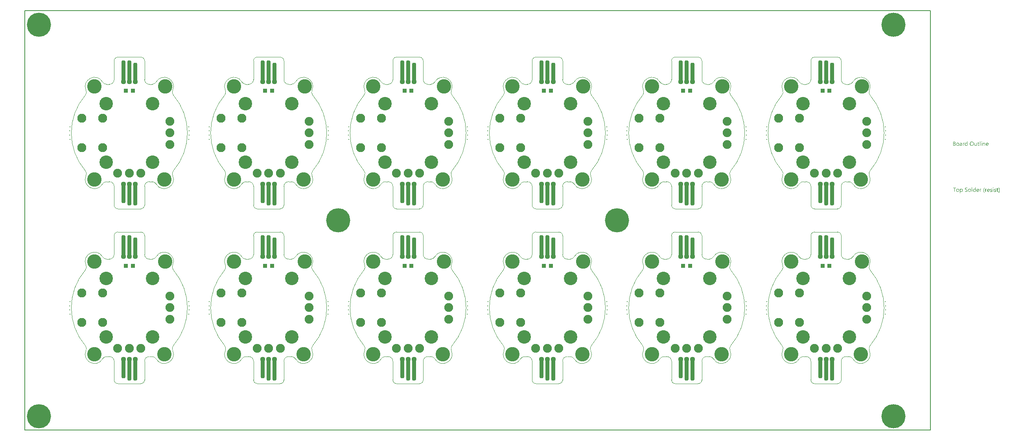
<source format=gts>
G04*
G04 #@! TF.GenerationSoftware,Altium Limited,Altium Designer,21.9.2 (33)*
G04*
G04 Layer_Color=8388736*
%FSAX25Y25*%
%MOIN*%
G70*
G04*
G04 #@! TF.SameCoordinates,367260C6-96D2-48BC-AEAF-795D9B4D27C7*
G04*
G04*
G04 #@! TF.FilePolarity,Negative*
G04*
G01*
G75*
G04:AMPARAMS|DCode=10|XSize=35.43mil|YSize=188.98mil|CornerRadius=13.82mil|HoleSize=0mil|Usage=FLASHONLY|Rotation=0.000|XOffset=0mil|YOffset=0mil|HoleType=Round|Shape=RoundedRectangle|*
%AMROUNDEDRECTD10*
21,1,0.03543,0.16134,0,0,0.0*
21,1,0.00780,0.18898,0,0,0.0*
1,1,0.02764,0.00390,-0.08067*
1,1,0.02764,-0.00390,-0.08067*
1,1,0.02764,-0.00390,0.08067*
1,1,0.02764,0.00390,0.08067*
%
%ADD10ROUNDEDRECTD10*%
G04:AMPARAMS|DCode=11|XSize=35.43mil|YSize=169.29mil|CornerRadius=13.82mil|HoleSize=0mil|Usage=FLASHONLY|Rotation=0.000|XOffset=0mil|YOffset=0mil|HoleType=Round|Shape=RoundedRectangle|*
%AMROUNDEDRECTD11*
21,1,0.03543,0.14165,0,0,0.0*
21,1,0.00780,0.16929,0,0,0.0*
1,1,0.02764,0.00390,-0.07083*
1,1,0.02764,-0.00390,-0.07083*
1,1,0.02764,-0.00390,0.07083*
1,1,0.02764,0.00390,0.07083*
%
%ADD11ROUNDEDRECTD11*%
%ADD16C,0.00787*%
%ADD17C,0.00394*%
%ADD23C,0.04370*%
%ADD41R,0.03740X0.03740*%
%ADD42C,0.00800*%
%ADD43C,0.20485*%
%ADD44C,0.07480*%
%ADD45C,0.11417*%
%ADD46C,0.07677*%
%ADD47C,0.12205*%
%ADD48C,0.00591*%
G36*
X0791335Y0225275D02*
X0791360D01*
X0791416Y0225251D01*
X0791446Y0225232D01*
X0791477Y0225207D01*
X0791484Y0225201D01*
X0791490Y0225195D01*
X0791521Y0225158D01*
X0791545Y0225096D01*
X0791552Y0225059D01*
X0791558Y0225022D01*
Y0225015D01*
Y0225003D01*
X0791552Y0224984D01*
X0791545Y0224960D01*
X0791527Y0224898D01*
X0791502Y0224867D01*
X0791477Y0224836D01*
X0791471D01*
X0791465Y0224823D01*
X0791428Y0224799D01*
X0791372Y0224774D01*
X0791335Y0224768D01*
X0791298Y0224762D01*
X0791279D01*
X0791261Y0224768D01*
X0791236D01*
X0791174Y0224793D01*
X0791143Y0224805D01*
X0791112Y0224830D01*
Y0224836D01*
X0791100Y0224842D01*
X0791087Y0224861D01*
X0791075Y0224879D01*
X0791050Y0224941D01*
X0791044Y0224978D01*
X0791038Y0225022D01*
Y0225028D01*
Y0225040D01*
X0791044Y0225059D01*
X0791050Y0225090D01*
X0791069Y0225145D01*
X0791087Y0225176D01*
X0791112Y0225207D01*
X0791118Y0225213D01*
X0791125Y0225220D01*
X0791162Y0225244D01*
X0791224Y0225269D01*
X0791261Y0225282D01*
X0791317D01*
X0791335Y0225275D01*
D02*
G37*
G36*
X0779345Y0221611D02*
X0778943D01*
Y0222032D01*
X0778930D01*
Y0222026D01*
X0778918Y0222013D01*
X0778899Y0221988D01*
X0778881Y0221957D01*
X0778850Y0221920D01*
X0778813Y0221883D01*
X0778769Y0221840D01*
X0778720Y0221796D01*
X0778664Y0221747D01*
X0778596Y0221704D01*
X0778528Y0221667D01*
X0778447Y0221629D01*
X0778367Y0221599D01*
X0778274Y0221574D01*
X0778175Y0221561D01*
X0778070Y0221555D01*
X0778027D01*
X0777989Y0221561D01*
X0777952Y0221568D01*
X0777903Y0221574D01*
X0777798Y0221599D01*
X0777674Y0221636D01*
X0777550Y0221697D01*
X0777482Y0221735D01*
X0777426Y0221778D01*
X0777364Y0221834D01*
X0777309Y0221889D01*
Y0221896D01*
X0777296Y0221908D01*
X0777284Y0221926D01*
X0777265Y0221951D01*
X0777247Y0221982D01*
X0777222Y0222026D01*
X0777197Y0222075D01*
X0777172Y0222131D01*
X0777141Y0222193D01*
X0777117Y0222261D01*
X0777092Y0222335D01*
X0777073Y0222415D01*
X0777055Y0222502D01*
X0777042Y0222601D01*
X0777036Y0222700D01*
X0777030Y0222806D01*
Y0222812D01*
Y0222830D01*
Y0222867D01*
X0777036Y0222911D01*
X0777042Y0222960D01*
X0777049Y0223022D01*
X0777055Y0223090D01*
X0777067Y0223165D01*
X0777104Y0223325D01*
X0777160Y0223493D01*
X0777197Y0223573D01*
X0777240Y0223654D01*
X0777284Y0223728D01*
X0777340Y0223802D01*
X0777346Y0223808D01*
X0777352Y0223821D01*
X0777370Y0223839D01*
X0777395Y0223864D01*
X0777426Y0223889D01*
X0777469Y0223920D01*
X0777513Y0223957D01*
X0777562Y0223994D01*
X0777686Y0224062D01*
X0777829Y0224124D01*
X0777909Y0224143D01*
X0777996Y0224161D01*
X0778082Y0224173D01*
X0778181Y0224180D01*
X0778231D01*
X0778268Y0224173D01*
X0778305Y0224167D01*
X0778355Y0224161D01*
X0778466Y0224130D01*
X0778590Y0224081D01*
X0778652Y0224050D01*
X0778714Y0224006D01*
X0778776Y0223963D01*
X0778831Y0223907D01*
X0778881Y0223845D01*
X0778930Y0223771D01*
X0778943D01*
Y0225331D01*
X0779345D01*
Y0221611D01*
D02*
G37*
G36*
X0793613Y0224173D02*
X0793687Y0224167D01*
X0793780Y0224149D01*
X0793879Y0224118D01*
X0793984Y0224068D01*
X0794090Y0224000D01*
X0794133Y0223963D01*
X0794176Y0223914D01*
X0794189Y0223901D01*
X0794213Y0223864D01*
X0794244Y0223802D01*
X0794288Y0223715D01*
X0794325Y0223610D01*
X0794362Y0223480D01*
X0794387Y0223325D01*
X0794393Y0223146D01*
Y0221611D01*
X0793991D01*
Y0223041D01*
Y0223047D01*
Y0223078D01*
X0793984Y0223115D01*
Y0223165D01*
X0793972Y0223226D01*
X0793960Y0223294D01*
X0793941Y0223369D01*
X0793916Y0223443D01*
X0793885Y0223517D01*
X0793848Y0223585D01*
X0793799Y0223654D01*
X0793743Y0223715D01*
X0793681Y0223765D01*
X0793601Y0223802D01*
X0793514Y0223833D01*
X0793409Y0223839D01*
X0793396D01*
X0793359Y0223833D01*
X0793303Y0223827D01*
X0793235Y0223808D01*
X0793155Y0223783D01*
X0793068Y0223740D01*
X0792988Y0223685D01*
X0792907Y0223610D01*
X0792901Y0223598D01*
X0792876Y0223573D01*
X0792845Y0223523D01*
X0792808Y0223456D01*
X0792771Y0223375D01*
X0792740Y0223276D01*
X0792715Y0223165D01*
X0792709Y0223041D01*
Y0221611D01*
X0792307D01*
Y0224124D01*
X0792709D01*
Y0223703D01*
X0792722D01*
X0792728Y0223709D01*
X0792734Y0223722D01*
X0792753Y0223746D01*
X0792777Y0223777D01*
X0792802Y0223815D01*
X0792839Y0223852D01*
X0792883Y0223895D01*
X0792932Y0223944D01*
X0792988Y0223988D01*
X0793050Y0224031D01*
X0793118Y0224068D01*
X0793192Y0224105D01*
X0793266Y0224136D01*
X0793353Y0224161D01*
X0793446Y0224173D01*
X0793545Y0224180D01*
X0793582D01*
X0793613Y0224173D01*
D02*
G37*
G36*
X0776615Y0224161D02*
X0776689Y0224155D01*
X0776733Y0224143D01*
X0776764Y0224130D01*
Y0223715D01*
X0776758Y0223722D01*
X0776745Y0223728D01*
X0776721Y0223740D01*
X0776689Y0223759D01*
X0776646Y0223771D01*
X0776590Y0223783D01*
X0776529Y0223790D01*
X0776461Y0223796D01*
X0776448D01*
X0776417Y0223790D01*
X0776368Y0223783D01*
X0776312Y0223765D01*
X0776238Y0223734D01*
X0776170Y0223691D01*
X0776095Y0223629D01*
X0776027Y0223548D01*
X0776021Y0223536D01*
X0776003Y0223505D01*
X0775972Y0223449D01*
X0775941Y0223375D01*
X0775910Y0223282D01*
X0775879Y0223165D01*
X0775860Y0223035D01*
X0775854Y0222886D01*
Y0221611D01*
X0775452D01*
Y0224124D01*
X0775854D01*
Y0223604D01*
X0775866D01*
Y0223610D01*
X0775873Y0223616D01*
X0775885Y0223647D01*
X0775903Y0223697D01*
X0775934Y0223759D01*
X0775965Y0223821D01*
X0776015Y0223889D01*
X0776064Y0223957D01*
X0776126Y0224019D01*
X0776132Y0224025D01*
X0776157Y0224043D01*
X0776194Y0224068D01*
X0776244Y0224093D01*
X0776300Y0224118D01*
X0776368Y0224143D01*
X0776442Y0224161D01*
X0776522Y0224167D01*
X0776578D01*
X0776615Y0224161D01*
D02*
G37*
G36*
X0787355Y0221611D02*
X0786953D01*
Y0222007D01*
X0786940D01*
Y0222001D01*
X0786928Y0221988D01*
X0786915Y0221964D01*
X0786891Y0221939D01*
X0786835Y0221865D01*
X0786748Y0221784D01*
X0786699Y0221741D01*
X0786643Y0221697D01*
X0786581Y0221660D01*
X0786507Y0221623D01*
X0786433Y0221599D01*
X0786352Y0221574D01*
X0786259Y0221561D01*
X0786166Y0221555D01*
X0786129D01*
X0786086Y0221561D01*
X0786024Y0221574D01*
X0785956Y0221586D01*
X0785882Y0221611D01*
X0785801Y0221642D01*
X0785721Y0221691D01*
X0785634Y0221747D01*
X0785554Y0221815D01*
X0785479Y0221902D01*
X0785411Y0222007D01*
X0785349Y0222125D01*
X0785306Y0222267D01*
X0785281Y0222434D01*
X0785269Y0222521D01*
Y0222620D01*
Y0224124D01*
X0785665D01*
Y0222682D01*
Y0222675D01*
Y0222651D01*
X0785671Y0222607D01*
X0785677Y0222558D01*
X0785684Y0222496D01*
X0785696Y0222434D01*
X0785715Y0222360D01*
X0785739Y0222286D01*
X0785777Y0222211D01*
X0785814Y0222143D01*
X0785863Y0222075D01*
X0785925Y0222013D01*
X0785993Y0221964D01*
X0786074Y0221926D01*
X0786173Y0221896D01*
X0786278Y0221889D01*
X0786290D01*
X0786327Y0221896D01*
X0786383Y0221902D01*
X0786445Y0221914D01*
X0786525Y0221945D01*
X0786606Y0221982D01*
X0786686Y0222032D01*
X0786761Y0222106D01*
X0786767Y0222118D01*
X0786792Y0222143D01*
X0786823Y0222193D01*
X0786860Y0222261D01*
X0786891Y0222341D01*
X0786922Y0222440D01*
X0786946Y0222552D01*
X0786953Y0222675D01*
Y0224124D01*
X0787355D01*
Y0221611D01*
D02*
G37*
G36*
X0791490D02*
X0791087D01*
Y0224124D01*
X0791490D01*
Y0221611D01*
D02*
G37*
G36*
X0790270D02*
X0789868D01*
Y0225331D01*
X0790270D01*
Y0221611D01*
D02*
G37*
G36*
X0773892Y0224173D02*
X0773947Y0224167D01*
X0774016Y0224149D01*
X0774090Y0224130D01*
X0774170Y0224099D01*
X0774257Y0224062D01*
X0774337Y0224013D01*
X0774418Y0223951D01*
X0774492Y0223876D01*
X0774560Y0223783D01*
X0774616Y0223678D01*
X0774659Y0223554D01*
X0774684Y0223412D01*
X0774696Y0223245D01*
Y0221611D01*
X0774294D01*
Y0222001D01*
X0774282D01*
Y0221995D01*
X0774269Y0221982D01*
X0774257Y0221957D01*
X0774232Y0221933D01*
X0774170Y0221858D01*
X0774090Y0221778D01*
X0773978Y0221697D01*
X0773848Y0221623D01*
X0773768Y0221599D01*
X0773687Y0221574D01*
X0773601Y0221561D01*
X0773508Y0221555D01*
X0773471D01*
X0773446Y0221561D01*
X0773378Y0221568D01*
X0773297Y0221580D01*
X0773198Y0221605D01*
X0773105Y0221636D01*
X0773006Y0221685D01*
X0772920Y0221747D01*
X0772914Y0221759D01*
X0772889Y0221784D01*
X0772852Y0221828D01*
X0772815Y0221889D01*
X0772778Y0221964D01*
X0772740Y0222050D01*
X0772716Y0222156D01*
X0772709Y0222273D01*
Y0222279D01*
Y0222304D01*
X0772716Y0222341D01*
X0772722Y0222385D01*
X0772734Y0222440D01*
X0772753Y0222502D01*
X0772778Y0222570D01*
X0772815Y0222638D01*
X0772858Y0222713D01*
X0772914Y0222787D01*
X0772982Y0222855D01*
X0773062Y0222917D01*
X0773155Y0222979D01*
X0773267Y0223028D01*
X0773390Y0223065D01*
X0773539Y0223096D01*
X0774294Y0223202D01*
Y0223208D01*
Y0223226D01*
X0774288Y0223264D01*
Y0223301D01*
X0774275Y0223350D01*
X0774269Y0223406D01*
X0774232Y0223523D01*
X0774201Y0223579D01*
X0774170Y0223635D01*
X0774127Y0223691D01*
X0774077Y0223740D01*
X0774016Y0223783D01*
X0773947Y0223815D01*
X0773867Y0223833D01*
X0773774Y0223839D01*
X0773731D01*
X0773700Y0223833D01*
X0773656D01*
X0773613Y0223821D01*
X0773502Y0223802D01*
X0773378Y0223765D01*
X0773242Y0223709D01*
X0773167Y0223672D01*
X0773099Y0223635D01*
X0773025Y0223585D01*
X0772957Y0223530D01*
Y0223944D01*
X0772963D01*
X0772975Y0223957D01*
X0772994Y0223969D01*
X0773025Y0223982D01*
X0773056Y0224000D01*
X0773099Y0224019D01*
X0773149Y0224037D01*
X0773205Y0224062D01*
X0773328Y0224105D01*
X0773477Y0224143D01*
X0773638Y0224167D01*
X0773811Y0224180D01*
X0773848D01*
X0773892Y0224173D01*
D02*
G37*
G36*
X0768203Y0225121D02*
X0768246D01*
X0768290Y0225114D01*
X0768389Y0225102D01*
X0768506Y0225071D01*
X0768630Y0225034D01*
X0768748Y0224978D01*
X0768853Y0224904D01*
X0768859D01*
X0768865Y0224891D01*
X0768896Y0224867D01*
X0768940Y0224817D01*
X0768989Y0224749D01*
X0769032Y0224662D01*
X0769076Y0224564D01*
X0769107Y0224452D01*
X0769119Y0224390D01*
Y0224322D01*
Y0224316D01*
Y0224310D01*
Y0224272D01*
X0769113Y0224217D01*
X0769101Y0224149D01*
X0769082Y0224062D01*
X0769051Y0223975D01*
X0769014Y0223889D01*
X0768958Y0223802D01*
X0768952Y0223790D01*
X0768927Y0223765D01*
X0768890Y0223728D01*
X0768841Y0223678D01*
X0768779Y0223629D01*
X0768704Y0223573D01*
X0768612Y0223530D01*
X0768513Y0223486D01*
Y0223480D01*
X0768531D01*
X0768550Y0223474D01*
X0768568Y0223468D01*
X0768636Y0223456D01*
X0768717Y0223431D01*
X0768804Y0223394D01*
X0768896Y0223350D01*
X0768989Y0223288D01*
X0769076Y0223208D01*
X0769088Y0223196D01*
X0769113Y0223165D01*
X0769144Y0223121D01*
X0769187Y0223053D01*
X0769224Y0222966D01*
X0769262Y0222867D01*
X0769286Y0222750D01*
X0769292Y0222620D01*
Y0222614D01*
Y0222601D01*
Y0222576D01*
X0769286Y0222546D01*
X0769280Y0222508D01*
X0769274Y0222465D01*
X0769249Y0222360D01*
X0769212Y0222242D01*
X0769156Y0222118D01*
X0769119Y0222063D01*
X0769076Y0222001D01*
X0769020Y0221945D01*
X0768964Y0221889D01*
X0768958D01*
X0768952Y0221877D01*
X0768933Y0221865D01*
X0768909Y0221846D01*
X0768878Y0221828D01*
X0768834Y0221803D01*
X0768742Y0221753D01*
X0768624Y0221697D01*
X0768488Y0221654D01*
X0768327Y0221623D01*
X0768246Y0221617D01*
X0768153Y0221611D01*
X0767126D01*
Y0225127D01*
X0768172D01*
X0768203Y0225121D01*
D02*
G37*
G36*
X0788698Y0224124D02*
X0789336D01*
Y0223777D01*
X0788698D01*
Y0222360D01*
Y0222347D01*
Y0222317D01*
X0788704Y0222273D01*
X0788710Y0222217D01*
X0788735Y0222100D01*
X0788754Y0222044D01*
X0788785Y0222001D01*
X0788791Y0221995D01*
X0788803Y0221982D01*
X0788822Y0221970D01*
X0788853Y0221951D01*
X0788890Y0221926D01*
X0788940Y0221914D01*
X0789002Y0221902D01*
X0789070Y0221896D01*
X0789094D01*
X0789125Y0221902D01*
X0789162Y0221908D01*
X0789249Y0221933D01*
X0789292Y0221951D01*
X0789336Y0221976D01*
Y0221629D01*
X0789329D01*
X0789311Y0221617D01*
X0789280Y0221611D01*
X0789237Y0221599D01*
X0789181Y0221586D01*
X0789119Y0221574D01*
X0789045Y0221568D01*
X0788958Y0221561D01*
X0788927D01*
X0788896Y0221568D01*
X0788853Y0221574D01*
X0788803Y0221586D01*
X0788748Y0221599D01*
X0788692Y0221623D01*
X0788630Y0221654D01*
X0788568Y0221691D01*
X0788506Y0221741D01*
X0788450Y0221796D01*
X0788401Y0221871D01*
X0788358Y0221951D01*
X0788327Y0222050D01*
X0788302Y0222162D01*
X0788296Y0222292D01*
Y0223777D01*
X0787869D01*
Y0224124D01*
X0788296D01*
Y0224737D01*
X0788698Y0224867D01*
Y0224124D01*
D02*
G37*
G36*
X0796225Y0224173D02*
X0796269Y0224167D01*
X0796312Y0224161D01*
X0796423Y0224143D01*
X0796547Y0224099D01*
X0796671Y0224043D01*
X0796733Y0224006D01*
X0796795Y0223963D01*
X0796850Y0223914D01*
X0796906Y0223858D01*
X0796912Y0223852D01*
X0796918Y0223845D01*
X0796931Y0223827D01*
X0796949Y0223802D01*
X0796968Y0223765D01*
X0796993Y0223728D01*
X0797017Y0223685D01*
X0797042Y0223629D01*
X0797067Y0223567D01*
X0797092Y0223505D01*
X0797117Y0223431D01*
X0797135Y0223350D01*
X0797154Y0223264D01*
X0797166Y0223177D01*
X0797178Y0223078D01*
Y0222973D01*
Y0222762D01*
X0795402D01*
Y0222756D01*
Y0222744D01*
Y0222725D01*
X0795408Y0222694D01*
X0795414Y0222657D01*
Y0222620D01*
X0795433Y0222521D01*
X0795464Y0222422D01*
X0795501Y0222310D01*
X0795557Y0222205D01*
X0795625Y0222112D01*
X0795637Y0222100D01*
X0795662Y0222075D01*
X0795711Y0222044D01*
X0795780Y0222001D01*
X0795866Y0221957D01*
X0795965Y0221926D01*
X0796083Y0221902D01*
X0796219Y0221889D01*
X0796262D01*
X0796293Y0221896D01*
X0796330D01*
X0796374Y0221902D01*
X0796479Y0221926D01*
X0796597Y0221957D01*
X0796727Y0222007D01*
X0796863Y0222075D01*
X0796931Y0222118D01*
X0796999Y0222168D01*
Y0221790D01*
X0796993D01*
X0796986Y0221778D01*
X0796968Y0221772D01*
X0796937Y0221753D01*
X0796906Y0221735D01*
X0796869Y0221716D01*
X0796819Y0221697D01*
X0796770Y0221673D01*
X0796708Y0221648D01*
X0796640Y0221629D01*
X0796491Y0221592D01*
X0796318Y0221568D01*
X0796126Y0221555D01*
X0796077D01*
X0796039Y0221561D01*
X0795996Y0221568D01*
X0795940Y0221574D01*
X0795823Y0221599D01*
X0795687Y0221636D01*
X0795550Y0221697D01*
X0795482Y0221741D01*
X0795414Y0221784D01*
X0795352Y0221834D01*
X0795291Y0221896D01*
X0795284Y0221902D01*
X0795278Y0221914D01*
X0795266Y0221933D01*
X0795241Y0221957D01*
X0795222Y0221995D01*
X0795198Y0222038D01*
X0795167Y0222088D01*
X0795142Y0222143D01*
X0795111Y0222205D01*
X0795086Y0222279D01*
X0795055Y0222360D01*
X0795037Y0222446D01*
X0795018Y0222539D01*
X0795000Y0222638D01*
X0794993Y0222744D01*
X0794987Y0222855D01*
Y0222861D01*
Y0222880D01*
Y0222911D01*
X0794993Y0222954D01*
X0795000Y0223004D01*
X0795006Y0223059D01*
X0795012Y0223127D01*
X0795030Y0223196D01*
X0795068Y0223344D01*
X0795123Y0223505D01*
X0795160Y0223585D01*
X0795210Y0223660D01*
X0795260Y0223740D01*
X0795315Y0223808D01*
X0795321Y0223815D01*
X0795334Y0223827D01*
X0795352Y0223845D01*
X0795377Y0223864D01*
X0795408Y0223895D01*
X0795445Y0223926D01*
X0795495Y0223957D01*
X0795544Y0223994D01*
X0795662Y0224062D01*
X0795804Y0224124D01*
X0795885Y0224143D01*
X0795965Y0224161D01*
X0796052Y0224173D01*
X0796145Y0224180D01*
X0796194D01*
X0796225Y0224173D01*
D02*
G37*
G36*
X0783183Y0225183D02*
X0783245Y0225176D01*
X0783319Y0225164D01*
X0783399Y0225145D01*
X0783486Y0225127D01*
X0783573Y0225102D01*
X0783672Y0225071D01*
X0783765Y0225028D01*
X0783864Y0224978D01*
X0783963Y0224922D01*
X0784056Y0224854D01*
X0784149Y0224780D01*
X0784235Y0224693D01*
X0784241Y0224687D01*
X0784254Y0224669D01*
X0784278Y0224644D01*
X0784303Y0224607D01*
X0784340Y0224557D01*
X0784377Y0224495D01*
X0784415Y0224427D01*
X0784458Y0224353D01*
X0784501Y0224260D01*
X0784539Y0224167D01*
X0784576Y0224062D01*
X0784613Y0223944D01*
X0784637Y0223827D01*
X0784662Y0223697D01*
X0784675Y0223554D01*
X0784681Y0223412D01*
Y0223400D01*
Y0223375D01*
Y0223332D01*
X0784675Y0223270D01*
X0784668Y0223196D01*
X0784656Y0223115D01*
X0784644Y0223022D01*
X0784625Y0222917D01*
X0784600Y0222812D01*
X0784569Y0222700D01*
X0784532Y0222589D01*
X0784489Y0222477D01*
X0784433Y0222360D01*
X0784371Y0222255D01*
X0784303Y0222149D01*
X0784223Y0222050D01*
X0784217Y0222044D01*
X0784204Y0222032D01*
X0784173Y0222007D01*
X0784142Y0221976D01*
X0784093Y0221933D01*
X0784037Y0221896D01*
X0783975Y0221846D01*
X0783901Y0221803D01*
X0783820Y0221759D01*
X0783728Y0221710D01*
X0783629Y0221673D01*
X0783517Y0221636D01*
X0783399Y0221599D01*
X0783276Y0221574D01*
X0783146Y0221561D01*
X0783003Y0221555D01*
X0782972D01*
X0782929Y0221561D01*
X0782879D01*
X0782818Y0221568D01*
X0782743Y0221580D01*
X0782663Y0221599D01*
X0782570Y0221617D01*
X0782477Y0221642D01*
X0782378Y0221673D01*
X0782279Y0221716D01*
X0782180Y0221759D01*
X0782081Y0221815D01*
X0781982Y0221883D01*
X0781889Y0221957D01*
X0781803Y0222044D01*
X0781796Y0222050D01*
X0781784Y0222069D01*
X0781759Y0222094D01*
X0781734Y0222131D01*
X0781697Y0222180D01*
X0781660Y0222242D01*
X0781623Y0222310D01*
X0781580Y0222391D01*
X0781536Y0222477D01*
X0781499Y0222570D01*
X0781462Y0222675D01*
X0781425Y0222793D01*
X0781400Y0222911D01*
X0781375Y0223041D01*
X0781363Y0223183D01*
X0781357Y0223325D01*
Y0223338D01*
Y0223363D01*
X0781363Y0223406D01*
Y0223468D01*
X0781369Y0223536D01*
X0781382Y0223623D01*
X0781394Y0223715D01*
X0781413Y0223815D01*
X0781437Y0223920D01*
X0781468Y0224031D01*
X0781505Y0224143D01*
X0781549Y0224254D01*
X0781604Y0224365D01*
X0781666Y0224477D01*
X0781734Y0224582D01*
X0781815Y0224681D01*
X0781821Y0224687D01*
X0781833Y0224706D01*
X0781864Y0224731D01*
X0781902Y0224762D01*
X0781945Y0224799D01*
X0782001Y0224842D01*
X0782069Y0224885D01*
X0782143Y0224935D01*
X0782230Y0224984D01*
X0782322Y0225028D01*
X0782421Y0225071D01*
X0782533Y0225108D01*
X0782657Y0225139D01*
X0782787Y0225170D01*
X0782923Y0225183D01*
X0783065Y0225189D01*
X0783133D01*
X0783183Y0225183D01*
D02*
G37*
G36*
X0771156Y0224173D02*
X0771199Y0224167D01*
X0771255Y0224161D01*
X0771379Y0224136D01*
X0771521Y0224093D01*
X0771663Y0224031D01*
X0771737Y0223994D01*
X0771806Y0223951D01*
X0771874Y0223895D01*
X0771936Y0223833D01*
X0771942Y0223827D01*
X0771948Y0223815D01*
X0771967Y0223796D01*
X0771985Y0223771D01*
X0772010Y0223734D01*
X0772035Y0223691D01*
X0772066Y0223641D01*
X0772097Y0223585D01*
X0772121Y0223517D01*
X0772152Y0223449D01*
X0772177Y0223369D01*
X0772202Y0223282D01*
X0772220Y0223189D01*
X0772239Y0223090D01*
X0772245Y0222985D01*
X0772251Y0222874D01*
Y0222867D01*
Y0222849D01*
Y0222818D01*
X0772245Y0222775D01*
X0772239Y0222725D01*
X0772233Y0222663D01*
X0772220Y0222601D01*
X0772208Y0222527D01*
X0772171Y0222378D01*
X0772109Y0222217D01*
X0772072Y0222137D01*
X0772022Y0222057D01*
X0771973Y0221982D01*
X0771911Y0221914D01*
X0771905Y0221908D01*
X0771892Y0221902D01*
X0771874Y0221883D01*
X0771849Y0221858D01*
X0771812Y0221834D01*
X0771775Y0221803D01*
X0771725Y0221766D01*
X0771669Y0221735D01*
X0771607Y0221704D01*
X0771539Y0221667D01*
X0771465Y0221636D01*
X0771385Y0221611D01*
X0771298Y0221586D01*
X0771205Y0221574D01*
X0771106Y0221561D01*
X0771001Y0221555D01*
X0770945D01*
X0770908Y0221561D01*
X0770865Y0221568D01*
X0770809Y0221574D01*
X0770747Y0221586D01*
X0770679Y0221599D01*
X0770537Y0221642D01*
X0770388Y0221704D01*
X0770314Y0221741D01*
X0770246Y0221790D01*
X0770178Y0221840D01*
X0770110Y0221902D01*
X0770103Y0221908D01*
X0770097Y0221920D01*
X0770079Y0221939D01*
X0770060Y0221964D01*
X0770035Y0222001D01*
X0770004Y0222044D01*
X0769973Y0222094D01*
X0769949Y0222149D01*
X0769918Y0222217D01*
X0769887Y0222286D01*
X0769856Y0222360D01*
X0769831Y0222446D01*
X0769794Y0222632D01*
X0769788Y0222731D01*
X0769781Y0222836D01*
Y0222843D01*
Y0222867D01*
Y0222898D01*
X0769788Y0222942D01*
X0769794Y0222991D01*
X0769800Y0223053D01*
X0769812Y0223121D01*
X0769825Y0223196D01*
X0769862Y0223356D01*
X0769924Y0223517D01*
X0769967Y0223598D01*
X0770011Y0223678D01*
X0770060Y0223753D01*
X0770122Y0223821D01*
X0770128Y0223827D01*
X0770141Y0223839D01*
X0770159Y0223852D01*
X0770184Y0223876D01*
X0770221Y0223901D01*
X0770264Y0223932D01*
X0770314Y0223969D01*
X0770369Y0224000D01*
X0770432Y0224031D01*
X0770506Y0224068D01*
X0770580Y0224099D01*
X0770667Y0224124D01*
X0770753Y0224149D01*
X0770852Y0224167D01*
X0770958Y0224173D01*
X0771063Y0224180D01*
X0771118D01*
X0771156Y0224173D01*
D02*
G37*
G36*
X0801152Y0186214D02*
X0801177D01*
X0801233Y0186189D01*
X0801264Y0186170D01*
X0801295Y0186145D01*
X0801301Y0186139D01*
X0801307Y0186133D01*
X0801338Y0186096D01*
X0801363Y0186034D01*
X0801369Y0185997D01*
X0801375Y0185960D01*
Y0185953D01*
Y0185941D01*
X0801369Y0185923D01*
X0801363Y0185898D01*
X0801344Y0185836D01*
X0801320Y0185805D01*
X0801295Y0185774D01*
X0801289D01*
X0801282Y0185762D01*
X0801245Y0185737D01*
X0801190Y0185712D01*
X0801152Y0185706D01*
X0801115Y0185700D01*
X0801097D01*
X0801078Y0185706D01*
X0801053D01*
X0800992Y0185731D01*
X0800961Y0185743D01*
X0800930Y0185768D01*
Y0185774D01*
X0800917Y0185780D01*
X0800905Y0185799D01*
X0800892Y0185817D01*
X0800868Y0185879D01*
X0800861Y0185916D01*
X0800855Y0185960D01*
Y0185966D01*
Y0185978D01*
X0800861Y0185997D01*
X0800868Y0186028D01*
X0800886Y0186083D01*
X0800905Y0186114D01*
X0800930Y0186145D01*
X0800936Y0186152D01*
X0800942Y0186158D01*
X0800979Y0186182D01*
X0801041Y0186207D01*
X0801078Y0186220D01*
X0801134D01*
X0801152Y0186214D01*
D02*
G37*
G36*
X0778584Y0186121D02*
X0778633D01*
X0778745Y0186108D01*
X0778868Y0186096D01*
X0778992Y0186071D01*
X0779110Y0186040D01*
X0779159Y0186022D01*
X0779209Y0185997D01*
Y0185533D01*
X0779203D01*
X0779197Y0185545D01*
X0779178Y0185551D01*
X0779153Y0185570D01*
X0779122Y0185582D01*
X0779085Y0185601D01*
X0778992Y0185644D01*
X0778881Y0185681D01*
X0778745Y0185718D01*
X0778584Y0185743D01*
X0778410Y0185749D01*
X0778361D01*
X0778324Y0185743D01*
X0778287D01*
X0778237Y0185737D01*
X0778138Y0185718D01*
X0778132D01*
X0778113Y0185712D01*
X0778089Y0185706D01*
X0778057Y0185700D01*
X0777983Y0185669D01*
X0777897Y0185632D01*
X0777890D01*
X0777878Y0185619D01*
X0777859Y0185607D01*
X0777835Y0185588D01*
X0777779Y0185533D01*
X0777723Y0185465D01*
Y0185458D01*
X0777711Y0185446D01*
X0777705Y0185427D01*
X0777692Y0185396D01*
X0777680Y0185359D01*
X0777674Y0185322D01*
X0777661Y0185223D01*
Y0185217D01*
Y0185198D01*
Y0185174D01*
X0777668Y0185143D01*
X0777680Y0185068D01*
X0777711Y0184988D01*
Y0184982D01*
X0777723Y0184969D01*
X0777730Y0184951D01*
X0777748Y0184926D01*
X0777798Y0184870D01*
X0777859Y0184808D01*
X0777866Y0184802D01*
X0777878Y0184796D01*
X0777897Y0184777D01*
X0777927Y0184759D01*
X0777965Y0184734D01*
X0778002Y0184709D01*
X0778101Y0184647D01*
X0778107Y0184641D01*
X0778126Y0184635D01*
X0778157Y0184616D01*
X0778194Y0184598D01*
X0778243Y0184573D01*
X0778299Y0184548D01*
X0778423Y0184486D01*
X0778429Y0184480D01*
X0778454Y0184468D01*
X0778491Y0184449D01*
X0778540Y0184425D01*
X0778596Y0184400D01*
X0778658Y0184363D01*
X0778782Y0184288D01*
X0778788Y0184282D01*
X0778813Y0184270D01*
X0778844Y0184251D01*
X0778887Y0184220D01*
X0778980Y0184146D01*
X0779079Y0184059D01*
X0779085Y0184053D01*
X0779104Y0184041D01*
X0779122Y0184010D01*
X0779153Y0183979D01*
X0779184Y0183935D01*
X0779221Y0183892D01*
X0779283Y0183781D01*
X0779289Y0183775D01*
X0779295Y0183756D01*
X0779308Y0183725D01*
X0779320Y0183682D01*
X0779333Y0183632D01*
X0779345Y0183570D01*
X0779357Y0183508D01*
Y0183434D01*
Y0183422D01*
Y0183391D01*
X0779351Y0183341D01*
X0779345Y0183279D01*
X0779333Y0183211D01*
X0779314Y0183137D01*
X0779289Y0183063D01*
X0779252Y0182995D01*
X0779246Y0182989D01*
X0779234Y0182964D01*
X0779209Y0182933D01*
X0779184Y0182889D01*
X0779141Y0182846D01*
X0779098Y0182797D01*
X0779042Y0182747D01*
X0778980Y0182698D01*
X0778974Y0182691D01*
X0778949Y0182679D01*
X0778912Y0182660D01*
X0778862Y0182636D01*
X0778806Y0182611D01*
X0778738Y0182586D01*
X0778658Y0182561D01*
X0778578Y0182543D01*
X0778565D01*
X0778540Y0182537D01*
X0778497Y0182530D01*
X0778435Y0182518D01*
X0778367Y0182512D01*
X0778287Y0182500D01*
X0778200Y0182493D01*
X0778051D01*
X0777983Y0182500D01*
X0777897Y0182506D01*
X0777878D01*
X0777853Y0182512D01*
X0777822Y0182518D01*
X0777742Y0182524D01*
X0777649Y0182543D01*
X0777643D01*
X0777624Y0182549D01*
X0777599Y0182555D01*
X0777568Y0182561D01*
X0777494Y0182580D01*
X0777408Y0182605D01*
X0777401D01*
X0777389Y0182611D01*
X0777370Y0182617D01*
X0777346Y0182630D01*
X0777284Y0182654D01*
X0777222Y0182691D01*
Y0183174D01*
X0777228Y0183168D01*
X0777240Y0183162D01*
X0777253Y0183149D01*
X0777278Y0183131D01*
X0777346Y0183088D01*
X0777426Y0183038D01*
X0777432D01*
X0777445Y0183032D01*
X0777469Y0183019D01*
X0777500Y0183007D01*
X0777581Y0182970D01*
X0777668Y0182939D01*
X0777674D01*
X0777692Y0182933D01*
X0777717Y0182927D01*
X0777748Y0182920D01*
X0777835Y0182896D01*
X0777927Y0182877D01*
X0777952D01*
X0777977Y0182871D01*
X0778008D01*
X0778082Y0182865D01*
X0778169Y0182859D01*
X0778231D01*
X0778299Y0182865D01*
X0778386Y0182877D01*
X0778478Y0182889D01*
X0778571Y0182914D01*
X0778658Y0182951D01*
X0778738Y0182995D01*
X0778745Y0183001D01*
X0778769Y0183019D01*
X0778800Y0183057D01*
X0778831Y0183100D01*
X0778868Y0183156D01*
X0778893Y0183230D01*
X0778918Y0183310D01*
X0778924Y0183403D01*
Y0183409D01*
Y0183428D01*
Y0183453D01*
X0778918Y0183490D01*
X0778899Y0183570D01*
X0778862Y0183651D01*
Y0183657D01*
X0778850Y0183669D01*
X0778837Y0183688D01*
X0778819Y0183713D01*
X0778763Y0183775D01*
X0778689Y0183843D01*
X0778683Y0183849D01*
X0778670Y0183861D01*
X0778646Y0183874D01*
X0778615Y0183898D01*
X0778578Y0183923D01*
X0778534Y0183954D01*
X0778429Y0184010D01*
X0778423Y0184016D01*
X0778404Y0184022D01*
X0778373Y0184041D01*
X0778330Y0184059D01*
X0778287Y0184090D01*
X0778231Y0184115D01*
X0778101Y0184183D01*
X0778095Y0184189D01*
X0778070Y0184202D01*
X0778033Y0184220D01*
X0777989Y0184239D01*
X0777940Y0184270D01*
X0777884Y0184301D01*
X0777760Y0184369D01*
X0777754Y0184375D01*
X0777736Y0184387D01*
X0777705Y0184406D01*
X0777668Y0184431D01*
X0777575Y0184499D01*
X0777482Y0184579D01*
X0777476Y0184585D01*
X0777463Y0184598D01*
X0777438Y0184623D01*
X0777414Y0184654D01*
X0777383Y0184697D01*
X0777352Y0184740D01*
X0777296Y0184839D01*
Y0184845D01*
X0777284Y0184864D01*
X0777278Y0184895D01*
X0777265Y0184938D01*
X0777253Y0184988D01*
X0777240Y0185050D01*
X0777234Y0185112D01*
X0777228Y0185186D01*
Y0185198D01*
Y0185229D01*
X0777234Y0185273D01*
X0777240Y0185328D01*
X0777253Y0185396D01*
X0777271Y0185465D01*
X0777296Y0185533D01*
X0777333Y0185601D01*
X0777340Y0185607D01*
X0777352Y0185632D01*
X0777377Y0185663D01*
X0777408Y0185706D01*
X0777445Y0185749D01*
X0777494Y0185799D01*
X0777550Y0185848D01*
X0777612Y0185892D01*
X0777618Y0185898D01*
X0777643Y0185910D01*
X0777680Y0185935D01*
X0777723Y0185960D01*
X0777785Y0185984D01*
X0777847Y0186015D01*
X0777921Y0186040D01*
X0778002Y0186065D01*
X0778014D01*
X0778039Y0186077D01*
X0778082Y0186083D01*
X0778144Y0186096D01*
X0778212Y0186108D01*
X0778287Y0186114D01*
X0778454Y0186127D01*
X0778540D01*
X0778584Y0186121D01*
D02*
G37*
G36*
X0786315Y0182549D02*
X0785913D01*
Y0182970D01*
X0785900D01*
Y0182964D01*
X0785888Y0182951D01*
X0785869Y0182927D01*
X0785851Y0182896D01*
X0785820Y0182859D01*
X0785783Y0182821D01*
X0785739Y0182778D01*
X0785690Y0182735D01*
X0785634Y0182685D01*
X0785566Y0182642D01*
X0785498Y0182605D01*
X0785417Y0182568D01*
X0785337Y0182537D01*
X0785244Y0182512D01*
X0785145Y0182500D01*
X0785040Y0182493D01*
X0784997D01*
X0784959Y0182500D01*
X0784922Y0182506D01*
X0784873Y0182512D01*
X0784767Y0182537D01*
X0784644Y0182574D01*
X0784520Y0182636D01*
X0784452Y0182673D01*
X0784396Y0182716D01*
X0784334Y0182772D01*
X0784278Y0182827D01*
Y0182834D01*
X0784266Y0182846D01*
X0784254Y0182865D01*
X0784235Y0182889D01*
X0784217Y0182920D01*
X0784192Y0182964D01*
X0784167Y0183013D01*
X0784142Y0183069D01*
X0784111Y0183131D01*
X0784087Y0183199D01*
X0784062Y0183273D01*
X0784043Y0183354D01*
X0784025Y0183440D01*
X0784012Y0183539D01*
X0784006Y0183638D01*
X0784000Y0183744D01*
Y0183750D01*
Y0183768D01*
Y0183806D01*
X0784006Y0183849D01*
X0784012Y0183898D01*
X0784019Y0183960D01*
X0784025Y0184028D01*
X0784037Y0184103D01*
X0784074Y0184264D01*
X0784130Y0184431D01*
X0784167Y0184511D01*
X0784210Y0184592D01*
X0784254Y0184666D01*
X0784309Y0184740D01*
X0784316Y0184746D01*
X0784322Y0184759D01*
X0784340Y0184777D01*
X0784365Y0184802D01*
X0784396Y0184827D01*
X0784439Y0184858D01*
X0784483Y0184895D01*
X0784532Y0184932D01*
X0784656Y0185000D01*
X0784798Y0185062D01*
X0784879Y0185081D01*
X0784966Y0185099D01*
X0785052Y0185112D01*
X0785151Y0185118D01*
X0785201D01*
X0785238Y0185112D01*
X0785275Y0185106D01*
X0785325Y0185099D01*
X0785436Y0185068D01*
X0785560Y0185019D01*
X0785622Y0184988D01*
X0785684Y0184944D01*
X0785745Y0184901D01*
X0785801Y0184845D01*
X0785851Y0184784D01*
X0785900Y0184709D01*
X0785913D01*
Y0186269D01*
X0786315D01*
Y0182549D01*
D02*
G37*
G36*
X0774368Y0185112D02*
X0774412Y0185106D01*
X0774455Y0185099D01*
X0774566Y0185074D01*
X0774690Y0185037D01*
X0774814Y0184976D01*
X0774876Y0184938D01*
X0774938Y0184889D01*
X0774994Y0184839D01*
X0775049Y0184777D01*
X0775055Y0184771D01*
X0775062Y0184765D01*
X0775074Y0184740D01*
X0775093Y0184715D01*
X0775111Y0184685D01*
X0775136Y0184641D01*
X0775161Y0184592D01*
X0775185Y0184542D01*
X0775210Y0184480D01*
X0775235Y0184412D01*
X0775260Y0184338D01*
X0775278Y0184257D01*
X0775309Y0184078D01*
X0775322Y0183979D01*
Y0183874D01*
Y0183868D01*
Y0183849D01*
Y0183812D01*
X0775315Y0183768D01*
Y0183719D01*
X0775303Y0183657D01*
X0775297Y0183589D01*
X0775284Y0183515D01*
X0775247Y0183354D01*
X0775192Y0183187D01*
X0775154Y0183106D01*
X0775117Y0183026D01*
X0775068Y0182945D01*
X0775012Y0182871D01*
X0775006Y0182865D01*
X0775000Y0182852D01*
X0774981Y0182834D01*
X0774956Y0182815D01*
X0774925Y0182784D01*
X0774888Y0182753D01*
X0774845Y0182716D01*
X0774795Y0182685D01*
X0774740Y0182648D01*
X0774678Y0182611D01*
X0774529Y0182555D01*
X0774449Y0182530D01*
X0774368Y0182512D01*
X0774275Y0182500D01*
X0774176Y0182493D01*
X0774127D01*
X0774096Y0182500D01*
X0774053Y0182506D01*
X0774009Y0182518D01*
X0773898Y0182543D01*
X0773780Y0182592D01*
X0773712Y0182630D01*
X0773650Y0182667D01*
X0773588Y0182716D01*
X0773533Y0182772D01*
X0773471Y0182834D01*
X0773421Y0182908D01*
X0773409D01*
Y0181398D01*
X0773006D01*
Y0185062D01*
X0773409D01*
Y0184616D01*
X0773421D01*
X0773427Y0184623D01*
X0773434Y0184641D01*
X0773452Y0184666D01*
X0773477Y0184697D01*
X0773508Y0184734D01*
X0773545Y0184777D01*
X0773588Y0184821D01*
X0773644Y0184870D01*
X0773700Y0184914D01*
X0773762Y0184957D01*
X0773836Y0185000D01*
X0773910Y0185037D01*
X0773997Y0185074D01*
X0774090Y0185099D01*
X0774183Y0185112D01*
X0774288Y0185118D01*
X0774337D01*
X0774368Y0185112D01*
D02*
G37*
G36*
X0803059D02*
X0803139Y0185106D01*
X0803226Y0185093D01*
X0803325Y0185068D01*
X0803424Y0185044D01*
X0803523Y0185006D01*
Y0184598D01*
X0803511Y0184604D01*
X0803474Y0184629D01*
X0803418Y0184654D01*
X0803344Y0184691D01*
X0803251Y0184722D01*
X0803139Y0184753D01*
X0803016Y0184771D01*
X0802886Y0184777D01*
X0802818D01*
X0802756Y0184765D01*
X0802681Y0184753D01*
X0802675D01*
X0802669Y0184746D01*
X0802632Y0184734D01*
X0802582Y0184709D01*
X0802527Y0184678D01*
X0802514Y0184672D01*
X0802489Y0184647D01*
X0802458Y0184610D01*
X0802428Y0184567D01*
X0802421Y0184555D01*
X0802409Y0184524D01*
X0802397Y0184480D01*
X0802390Y0184425D01*
Y0184418D01*
Y0184406D01*
Y0184387D01*
X0802397Y0184369D01*
X0802409Y0184313D01*
X0802428Y0184257D01*
X0802434Y0184245D01*
X0802452Y0184220D01*
X0802489Y0184183D01*
X0802533Y0184140D01*
X0802539D01*
X0802545Y0184134D01*
X0802582Y0184109D01*
X0802632Y0184078D01*
X0802700Y0184047D01*
X0802706D01*
X0802719Y0184041D01*
X0802737Y0184035D01*
X0802768Y0184022D01*
X0802836Y0183997D01*
X0802923Y0183960D01*
X0802929D01*
X0802954Y0183948D01*
X0802985Y0183935D01*
X0803022Y0183923D01*
X0803121Y0183880D01*
X0803220Y0183830D01*
X0803226D01*
X0803245Y0183818D01*
X0803269Y0183806D01*
X0803300Y0183787D01*
X0803375Y0183738D01*
X0803449Y0183676D01*
X0803455Y0183669D01*
X0803467Y0183663D01*
X0803480Y0183645D01*
X0803505Y0183620D01*
X0803548Y0183558D01*
X0803591Y0183477D01*
Y0183471D01*
X0803598Y0183459D01*
X0803610Y0183434D01*
X0803616Y0183403D01*
X0803628Y0183366D01*
X0803635Y0183323D01*
X0803641Y0183218D01*
Y0183211D01*
Y0183187D01*
X0803635Y0183149D01*
X0803628Y0183106D01*
X0803622Y0183057D01*
X0803604Y0183001D01*
X0803585Y0182951D01*
X0803554Y0182896D01*
X0803548Y0182889D01*
X0803542Y0182871D01*
X0803523Y0182846D01*
X0803498Y0182815D01*
X0803467Y0182778D01*
X0803430Y0182741D01*
X0803337Y0182667D01*
X0803331Y0182660D01*
X0803313Y0182654D01*
X0803288Y0182636D01*
X0803245Y0182617D01*
X0803201Y0182592D01*
X0803146Y0182574D01*
X0803090Y0182555D01*
X0803022Y0182537D01*
X0803016D01*
X0802991Y0182530D01*
X0802954Y0182524D01*
X0802910Y0182518D01*
X0802849Y0182506D01*
X0802787Y0182500D01*
X0802644Y0182493D01*
X0802582D01*
X0802508Y0182500D01*
X0802415Y0182512D01*
X0802310Y0182530D01*
X0802199Y0182555D01*
X0802087Y0182586D01*
X0801976Y0182636D01*
Y0183069D01*
X0801982D01*
X0801988Y0183057D01*
X0802007Y0183044D01*
X0802031Y0183032D01*
X0802100Y0182995D01*
X0802192Y0182951D01*
X0802298Y0182902D01*
X0802421Y0182865D01*
X0802557Y0182840D01*
X0802700Y0182827D01*
X0802749D01*
X0802780Y0182834D01*
X0802867Y0182846D01*
X0802966Y0182871D01*
X0803059Y0182914D01*
X0803102Y0182945D01*
X0803146Y0182976D01*
X0803177Y0183019D01*
X0803201Y0183063D01*
X0803220Y0183118D01*
X0803226Y0183180D01*
Y0183187D01*
Y0183199D01*
Y0183218D01*
X0803220Y0183236D01*
X0803207Y0183292D01*
X0803183Y0183347D01*
Y0183354D01*
X0803177Y0183360D01*
X0803152Y0183391D01*
X0803115Y0183434D01*
X0803059Y0183471D01*
X0803053D01*
X0803047Y0183484D01*
X0803009Y0183502D01*
X0802954Y0183539D01*
X0802879Y0183570D01*
X0802873D01*
X0802861Y0183577D01*
X0802842Y0183589D01*
X0802811Y0183601D01*
X0802743Y0183626D01*
X0802657Y0183663D01*
X0802650D01*
X0802626Y0183676D01*
X0802595Y0183688D01*
X0802557Y0183700D01*
X0802458Y0183744D01*
X0802359Y0183793D01*
X0802353Y0183799D01*
X0802341Y0183806D01*
X0802316Y0183818D01*
X0802285Y0183836D01*
X0802217Y0183886D01*
X0802149Y0183942D01*
X0802143Y0183948D01*
X0802137Y0183954D01*
X0802118Y0183973D01*
X0802100Y0183997D01*
X0802056Y0184059D01*
X0802019Y0184134D01*
Y0184140D01*
X0802013Y0184152D01*
X0802007Y0184177D01*
X0802001Y0184208D01*
X0801994Y0184245D01*
X0801988Y0184288D01*
X0801982Y0184394D01*
Y0184400D01*
Y0184425D01*
X0801988Y0184456D01*
X0801994Y0184499D01*
X0802001Y0184548D01*
X0802019Y0184598D01*
X0802038Y0184654D01*
X0802062Y0184703D01*
X0802069Y0184709D01*
X0802075Y0184728D01*
X0802093Y0184753D01*
X0802118Y0184784D01*
X0802186Y0184858D01*
X0802273Y0184932D01*
X0802279Y0184938D01*
X0802298Y0184944D01*
X0802322Y0184963D01*
X0802366Y0184982D01*
X0802409Y0185006D01*
X0802458Y0185031D01*
X0802582Y0185068D01*
X0802588D01*
X0802613Y0185074D01*
X0802644Y0185087D01*
X0802694Y0185093D01*
X0802743Y0185106D01*
X0802805Y0185112D01*
X0802941Y0185118D01*
X0802997D01*
X0803059Y0185112D01*
D02*
G37*
G36*
X0799704D02*
X0799784Y0185106D01*
X0799871Y0185093D01*
X0799970Y0185068D01*
X0800069Y0185044D01*
X0800168Y0185006D01*
Y0184598D01*
X0800156Y0184604D01*
X0800119Y0184629D01*
X0800063Y0184654D01*
X0799989Y0184691D01*
X0799896Y0184722D01*
X0799784Y0184753D01*
X0799661Y0184771D01*
X0799531Y0184777D01*
X0799463D01*
X0799401Y0184765D01*
X0799326Y0184753D01*
X0799320D01*
X0799314Y0184746D01*
X0799277Y0184734D01*
X0799227Y0184709D01*
X0799172Y0184678D01*
X0799159Y0184672D01*
X0799134Y0184647D01*
X0799103Y0184610D01*
X0799073Y0184567D01*
X0799066Y0184555D01*
X0799054Y0184524D01*
X0799042Y0184480D01*
X0799035Y0184425D01*
Y0184418D01*
Y0184406D01*
Y0184387D01*
X0799042Y0184369D01*
X0799054Y0184313D01*
X0799073Y0184257D01*
X0799079Y0184245D01*
X0799097Y0184220D01*
X0799134Y0184183D01*
X0799178Y0184140D01*
X0799184D01*
X0799190Y0184134D01*
X0799227Y0184109D01*
X0799277Y0184078D01*
X0799345Y0184047D01*
X0799351D01*
X0799364Y0184041D01*
X0799382Y0184035D01*
X0799413Y0184022D01*
X0799481Y0183997D01*
X0799568Y0183960D01*
X0799574D01*
X0799599Y0183948D01*
X0799630Y0183935D01*
X0799667Y0183923D01*
X0799766Y0183880D01*
X0799865Y0183830D01*
X0799871D01*
X0799890Y0183818D01*
X0799914Y0183806D01*
X0799945Y0183787D01*
X0800020Y0183738D01*
X0800094Y0183676D01*
X0800100Y0183669D01*
X0800113Y0183663D01*
X0800125Y0183645D01*
X0800150Y0183620D01*
X0800193Y0183558D01*
X0800236Y0183477D01*
Y0183471D01*
X0800243Y0183459D01*
X0800255Y0183434D01*
X0800261Y0183403D01*
X0800273Y0183366D01*
X0800280Y0183323D01*
X0800286Y0183218D01*
Y0183211D01*
Y0183187D01*
X0800280Y0183149D01*
X0800273Y0183106D01*
X0800267Y0183057D01*
X0800249Y0183001D01*
X0800230Y0182951D01*
X0800199Y0182896D01*
X0800193Y0182889D01*
X0800187Y0182871D01*
X0800168Y0182846D01*
X0800144Y0182815D01*
X0800113Y0182778D01*
X0800075Y0182741D01*
X0799983Y0182667D01*
X0799976Y0182660D01*
X0799958Y0182654D01*
X0799933Y0182636D01*
X0799890Y0182617D01*
X0799846Y0182592D01*
X0799791Y0182574D01*
X0799735Y0182555D01*
X0799667Y0182537D01*
X0799661D01*
X0799636Y0182530D01*
X0799599Y0182524D01*
X0799555Y0182518D01*
X0799494Y0182506D01*
X0799432Y0182500D01*
X0799289Y0182493D01*
X0799227D01*
X0799153Y0182500D01*
X0799060Y0182512D01*
X0798955Y0182530D01*
X0798843Y0182555D01*
X0798732Y0182586D01*
X0798621Y0182636D01*
Y0183069D01*
X0798627D01*
X0798633Y0183057D01*
X0798652Y0183044D01*
X0798676Y0183032D01*
X0798744Y0182995D01*
X0798837Y0182951D01*
X0798943Y0182902D01*
X0799066Y0182865D01*
X0799203Y0182840D01*
X0799345Y0182827D01*
X0799395D01*
X0799425Y0182834D01*
X0799512Y0182846D01*
X0799611Y0182871D01*
X0799704Y0182914D01*
X0799747Y0182945D01*
X0799791Y0182976D01*
X0799822Y0183019D01*
X0799846Y0183063D01*
X0799865Y0183118D01*
X0799871Y0183180D01*
Y0183187D01*
Y0183199D01*
Y0183218D01*
X0799865Y0183236D01*
X0799853Y0183292D01*
X0799828Y0183347D01*
Y0183354D01*
X0799822Y0183360D01*
X0799797Y0183391D01*
X0799760Y0183434D01*
X0799704Y0183471D01*
X0799698D01*
X0799692Y0183484D01*
X0799654Y0183502D01*
X0799599Y0183539D01*
X0799524Y0183570D01*
X0799518D01*
X0799506Y0183577D01*
X0799487Y0183589D01*
X0799456Y0183601D01*
X0799388Y0183626D01*
X0799302Y0183663D01*
X0799295D01*
X0799271Y0183676D01*
X0799240Y0183688D01*
X0799203Y0183700D01*
X0799103Y0183744D01*
X0799005Y0183793D01*
X0798998Y0183799D01*
X0798986Y0183806D01*
X0798961Y0183818D01*
X0798930Y0183836D01*
X0798862Y0183886D01*
X0798794Y0183942D01*
X0798788Y0183948D01*
X0798782Y0183954D01*
X0798763Y0183973D01*
X0798744Y0183997D01*
X0798701Y0184059D01*
X0798664Y0184134D01*
Y0184140D01*
X0798658Y0184152D01*
X0798652Y0184177D01*
X0798645Y0184208D01*
X0798639Y0184245D01*
X0798633Y0184288D01*
X0798627Y0184394D01*
Y0184400D01*
Y0184425D01*
X0798633Y0184456D01*
X0798639Y0184499D01*
X0798645Y0184548D01*
X0798664Y0184598D01*
X0798683Y0184654D01*
X0798707Y0184703D01*
X0798714Y0184709D01*
X0798720Y0184728D01*
X0798738Y0184753D01*
X0798763Y0184784D01*
X0798831Y0184858D01*
X0798918Y0184932D01*
X0798924Y0184938D01*
X0798943Y0184944D01*
X0798967Y0184963D01*
X0799011Y0184982D01*
X0799054Y0185006D01*
X0799103Y0185031D01*
X0799227Y0185068D01*
X0799233D01*
X0799258Y0185074D01*
X0799289Y0185087D01*
X0799339Y0185093D01*
X0799388Y0185106D01*
X0799450Y0185112D01*
X0799586Y0185118D01*
X0799642D01*
X0799704Y0185112D01*
D02*
G37*
G36*
X0795557Y0185099D02*
X0795631Y0185093D01*
X0795674Y0185081D01*
X0795705Y0185068D01*
Y0184654D01*
X0795699Y0184660D01*
X0795687Y0184666D01*
X0795662Y0184678D01*
X0795631Y0184697D01*
X0795588Y0184709D01*
X0795532Y0184722D01*
X0795470Y0184728D01*
X0795402Y0184734D01*
X0795390D01*
X0795359Y0184728D01*
X0795309Y0184722D01*
X0795253Y0184703D01*
X0795179Y0184672D01*
X0795111Y0184629D01*
X0795037Y0184567D01*
X0794969Y0184486D01*
X0794962Y0184474D01*
X0794944Y0184443D01*
X0794913Y0184387D01*
X0794882Y0184313D01*
X0794851Y0184220D01*
X0794820Y0184103D01*
X0794802Y0183973D01*
X0794795Y0183824D01*
Y0182549D01*
X0794393D01*
Y0185062D01*
X0794795D01*
Y0184542D01*
X0794808D01*
Y0184548D01*
X0794814Y0184555D01*
X0794826Y0184585D01*
X0794845Y0184635D01*
X0794876Y0184697D01*
X0794907Y0184759D01*
X0794956Y0184827D01*
X0795006Y0184895D01*
X0795068Y0184957D01*
X0795074Y0184963D01*
X0795099Y0184982D01*
X0795136Y0185006D01*
X0795185Y0185031D01*
X0795241Y0185056D01*
X0795309Y0185081D01*
X0795383Y0185099D01*
X0795464Y0185106D01*
X0795519D01*
X0795557Y0185099D01*
D02*
G37*
G36*
X0790920D02*
X0790995Y0185093D01*
X0791038Y0185081D01*
X0791069Y0185068D01*
Y0184654D01*
X0791063Y0184660D01*
X0791050Y0184666D01*
X0791026Y0184678D01*
X0790995Y0184697D01*
X0790951Y0184709D01*
X0790896Y0184722D01*
X0790834Y0184728D01*
X0790766Y0184734D01*
X0790753D01*
X0790722Y0184728D01*
X0790673Y0184722D01*
X0790617Y0184703D01*
X0790543Y0184672D01*
X0790475Y0184629D01*
X0790400Y0184567D01*
X0790332Y0184486D01*
X0790326Y0184474D01*
X0790308Y0184443D01*
X0790277Y0184387D01*
X0790246Y0184313D01*
X0790215Y0184220D01*
X0790184Y0184103D01*
X0790165Y0183973D01*
X0790159Y0183824D01*
Y0182549D01*
X0789757D01*
Y0185062D01*
X0790159D01*
Y0184542D01*
X0790171D01*
Y0184548D01*
X0790177Y0184555D01*
X0790190Y0184585D01*
X0790208Y0184635D01*
X0790239Y0184697D01*
X0790270Y0184759D01*
X0790320Y0184827D01*
X0790369Y0184895D01*
X0790431Y0184957D01*
X0790438Y0184963D01*
X0790462Y0184982D01*
X0790499Y0185006D01*
X0790549Y0185031D01*
X0790605Y0185056D01*
X0790673Y0185081D01*
X0790747Y0185099D01*
X0790828Y0185106D01*
X0790883D01*
X0790920Y0185099D01*
D02*
G37*
G36*
X0801307Y0182549D02*
X0800905D01*
Y0185062D01*
X0801307D01*
Y0182549D01*
D02*
G37*
G36*
X0783350D02*
X0782948D01*
Y0186269D01*
X0783350D01*
Y0182549D01*
D02*
G37*
G36*
X0769565Y0185694D02*
X0768550D01*
Y0182549D01*
X0768141D01*
Y0185694D01*
X0767126D01*
Y0186065D01*
X0769565D01*
Y0185694D01*
D02*
G37*
G36*
X0804792Y0185062D02*
X0805430D01*
Y0184715D01*
X0804792D01*
Y0183298D01*
Y0183286D01*
Y0183255D01*
X0804798Y0183211D01*
X0804805Y0183156D01*
X0804829Y0183038D01*
X0804848Y0182982D01*
X0804879Y0182939D01*
X0804885Y0182933D01*
X0804897Y0182920D01*
X0804916Y0182908D01*
X0804947Y0182889D01*
X0804984Y0182865D01*
X0805034Y0182852D01*
X0805095Y0182840D01*
X0805163Y0182834D01*
X0805188D01*
X0805219Y0182840D01*
X0805256Y0182846D01*
X0805343Y0182871D01*
X0805386Y0182889D01*
X0805430Y0182914D01*
Y0182568D01*
X0805424D01*
X0805405Y0182555D01*
X0805374Y0182549D01*
X0805331Y0182537D01*
X0805275Y0182524D01*
X0805213Y0182512D01*
X0805139Y0182506D01*
X0805052Y0182500D01*
X0805021D01*
X0804990Y0182506D01*
X0804947Y0182512D01*
X0804897Y0182524D01*
X0804842Y0182537D01*
X0804786Y0182561D01*
X0804724Y0182592D01*
X0804662Y0182630D01*
X0804600Y0182679D01*
X0804545Y0182735D01*
X0804495Y0182809D01*
X0804452Y0182889D01*
X0804421Y0182989D01*
X0804396Y0183100D01*
X0804390Y0183230D01*
Y0184715D01*
X0803963D01*
Y0185062D01*
X0804390D01*
Y0185675D01*
X0804792Y0185805D01*
Y0185062D01*
D02*
G37*
G36*
X0797209Y0185112D02*
X0797253Y0185106D01*
X0797296Y0185099D01*
X0797407Y0185081D01*
X0797531Y0185037D01*
X0797655Y0184982D01*
X0797717Y0184944D01*
X0797779Y0184901D01*
X0797835Y0184852D01*
X0797890Y0184796D01*
X0797896Y0184790D01*
X0797903Y0184784D01*
X0797915Y0184765D01*
X0797934Y0184740D01*
X0797952Y0184703D01*
X0797977Y0184666D01*
X0798002Y0184623D01*
X0798027Y0184567D01*
X0798051Y0184505D01*
X0798076Y0184443D01*
X0798101Y0184369D01*
X0798119Y0184288D01*
X0798138Y0184202D01*
X0798150Y0184115D01*
X0798163Y0184016D01*
Y0183911D01*
Y0183700D01*
X0796386D01*
Y0183694D01*
Y0183682D01*
Y0183663D01*
X0796392Y0183632D01*
X0796398Y0183595D01*
Y0183558D01*
X0796417Y0183459D01*
X0796448Y0183360D01*
X0796485Y0183248D01*
X0796541Y0183143D01*
X0796609Y0183050D01*
X0796621Y0183038D01*
X0796646Y0183013D01*
X0796696Y0182982D01*
X0796764Y0182939D01*
X0796850Y0182896D01*
X0796949Y0182865D01*
X0797067Y0182840D01*
X0797203Y0182827D01*
X0797247D01*
X0797277Y0182834D01*
X0797315D01*
X0797358Y0182840D01*
X0797463Y0182865D01*
X0797581Y0182896D01*
X0797711Y0182945D01*
X0797847Y0183013D01*
X0797915Y0183057D01*
X0797983Y0183106D01*
Y0182729D01*
X0797977D01*
X0797971Y0182716D01*
X0797952Y0182710D01*
X0797921Y0182691D01*
X0797890Y0182673D01*
X0797853Y0182654D01*
X0797804Y0182636D01*
X0797754Y0182611D01*
X0797692Y0182586D01*
X0797624Y0182568D01*
X0797476Y0182530D01*
X0797302Y0182506D01*
X0797110Y0182493D01*
X0797061D01*
X0797024Y0182500D01*
X0796980Y0182506D01*
X0796925Y0182512D01*
X0796807Y0182537D01*
X0796671Y0182574D01*
X0796535Y0182636D01*
X0796467Y0182679D01*
X0796398Y0182722D01*
X0796337Y0182772D01*
X0796275Y0182834D01*
X0796269Y0182840D01*
X0796262Y0182852D01*
X0796250Y0182871D01*
X0796225Y0182896D01*
X0796207Y0182933D01*
X0796182Y0182976D01*
X0796151Y0183026D01*
X0796126Y0183081D01*
X0796095Y0183143D01*
X0796070Y0183218D01*
X0796039Y0183298D01*
X0796021Y0183385D01*
X0796002Y0183477D01*
X0795984Y0183577D01*
X0795978Y0183682D01*
X0795971Y0183793D01*
Y0183799D01*
Y0183818D01*
Y0183849D01*
X0795978Y0183892D01*
X0795984Y0183942D01*
X0795990Y0183997D01*
X0795996Y0184065D01*
X0796015Y0184134D01*
X0796052Y0184282D01*
X0796108Y0184443D01*
X0796145Y0184524D01*
X0796194Y0184598D01*
X0796244Y0184678D01*
X0796300Y0184746D01*
X0796306Y0184753D01*
X0796318Y0184765D01*
X0796337Y0184784D01*
X0796361Y0184802D01*
X0796392Y0184833D01*
X0796429Y0184864D01*
X0796479Y0184895D01*
X0796528Y0184932D01*
X0796646Y0185000D01*
X0796789Y0185062D01*
X0796869Y0185081D01*
X0796949Y0185099D01*
X0797036Y0185112D01*
X0797129Y0185118D01*
X0797178D01*
X0797209Y0185112D01*
D02*
G37*
G36*
X0788197D02*
X0788240Y0185106D01*
X0788283Y0185099D01*
X0788395Y0185081D01*
X0788519Y0185037D01*
X0788642Y0184982D01*
X0788704Y0184944D01*
X0788766Y0184901D01*
X0788822Y0184852D01*
X0788878Y0184796D01*
X0788884Y0184790D01*
X0788890Y0184784D01*
X0788902Y0184765D01*
X0788921Y0184740D01*
X0788940Y0184703D01*
X0788964Y0184666D01*
X0788989Y0184623D01*
X0789014Y0184567D01*
X0789039Y0184505D01*
X0789063Y0184443D01*
X0789088Y0184369D01*
X0789107Y0184288D01*
X0789125Y0184202D01*
X0789138Y0184115D01*
X0789150Y0184016D01*
Y0183911D01*
Y0183700D01*
X0787373D01*
Y0183694D01*
Y0183682D01*
Y0183663D01*
X0787380Y0183632D01*
X0787386Y0183595D01*
Y0183558D01*
X0787404Y0183459D01*
X0787435Y0183360D01*
X0787472Y0183248D01*
X0787528Y0183143D01*
X0787596Y0183050D01*
X0787609Y0183038D01*
X0787634Y0183013D01*
X0787683Y0182982D01*
X0787751Y0182939D01*
X0787838Y0182896D01*
X0787937Y0182865D01*
X0788054Y0182840D01*
X0788191Y0182827D01*
X0788234D01*
X0788265Y0182834D01*
X0788302D01*
X0788345Y0182840D01*
X0788450Y0182865D01*
X0788568Y0182896D01*
X0788698Y0182945D01*
X0788834Y0183013D01*
X0788902Y0183057D01*
X0788971Y0183106D01*
Y0182729D01*
X0788964D01*
X0788958Y0182716D01*
X0788940Y0182710D01*
X0788909Y0182691D01*
X0788878Y0182673D01*
X0788840Y0182654D01*
X0788791Y0182636D01*
X0788741Y0182611D01*
X0788680Y0182586D01*
X0788612Y0182568D01*
X0788463Y0182530D01*
X0788290Y0182506D01*
X0788098Y0182493D01*
X0788048D01*
X0788011Y0182500D01*
X0787968Y0182506D01*
X0787912Y0182512D01*
X0787794Y0182537D01*
X0787658Y0182574D01*
X0787522Y0182636D01*
X0787454Y0182679D01*
X0787386Y0182722D01*
X0787324Y0182772D01*
X0787262Y0182834D01*
X0787256Y0182840D01*
X0787250Y0182852D01*
X0787237Y0182871D01*
X0787213Y0182896D01*
X0787194Y0182933D01*
X0787169Y0182976D01*
X0787138Y0183026D01*
X0787114Y0183081D01*
X0787082Y0183143D01*
X0787058Y0183218D01*
X0787027Y0183298D01*
X0787008Y0183385D01*
X0786990Y0183477D01*
X0786971Y0183577D01*
X0786965Y0183682D01*
X0786959Y0183793D01*
Y0183799D01*
Y0183818D01*
Y0183849D01*
X0786965Y0183892D01*
X0786971Y0183942D01*
X0786977Y0183997D01*
X0786983Y0184065D01*
X0787002Y0184134D01*
X0787039Y0184282D01*
X0787095Y0184443D01*
X0787132Y0184524D01*
X0787182Y0184598D01*
X0787231Y0184678D01*
X0787287Y0184746D01*
X0787293Y0184753D01*
X0787305Y0184765D01*
X0787324Y0184784D01*
X0787349Y0184802D01*
X0787380Y0184833D01*
X0787417Y0184864D01*
X0787466Y0184895D01*
X0787516Y0184932D01*
X0787634Y0185000D01*
X0787776Y0185062D01*
X0787856Y0185081D01*
X0787937Y0185099D01*
X0788023Y0185112D01*
X0788116Y0185118D01*
X0788166D01*
X0788197Y0185112D01*
D02*
G37*
G36*
X0781208D02*
X0781252Y0185106D01*
X0781307Y0185099D01*
X0781431Y0185074D01*
X0781573Y0185031D01*
X0781716Y0184969D01*
X0781790Y0184932D01*
X0781858Y0184889D01*
X0781926Y0184833D01*
X0781988Y0184771D01*
X0781994Y0184765D01*
X0782001Y0184753D01*
X0782019Y0184734D01*
X0782038Y0184709D01*
X0782062Y0184672D01*
X0782087Y0184629D01*
X0782118Y0184579D01*
X0782149Y0184524D01*
X0782174Y0184456D01*
X0782205Y0184387D01*
X0782230Y0184307D01*
X0782254Y0184220D01*
X0782273Y0184127D01*
X0782292Y0184028D01*
X0782298Y0183923D01*
X0782304Y0183812D01*
Y0183806D01*
Y0183787D01*
Y0183756D01*
X0782298Y0183713D01*
X0782292Y0183663D01*
X0782285Y0183601D01*
X0782273Y0183539D01*
X0782261Y0183465D01*
X0782223Y0183317D01*
X0782162Y0183156D01*
X0782124Y0183075D01*
X0782075Y0182995D01*
X0782025Y0182920D01*
X0781963Y0182852D01*
X0781957Y0182846D01*
X0781945Y0182840D01*
X0781926Y0182821D01*
X0781902Y0182797D01*
X0781864Y0182772D01*
X0781827Y0182741D01*
X0781778Y0182704D01*
X0781722Y0182673D01*
X0781660Y0182642D01*
X0781592Y0182605D01*
X0781518Y0182574D01*
X0781437Y0182549D01*
X0781351Y0182524D01*
X0781258Y0182512D01*
X0781159Y0182500D01*
X0781053Y0182493D01*
X0780998D01*
X0780961Y0182500D01*
X0780917Y0182506D01*
X0780862Y0182512D01*
X0780800Y0182524D01*
X0780732Y0182537D01*
X0780589Y0182580D01*
X0780441Y0182642D01*
X0780366Y0182679D01*
X0780298Y0182729D01*
X0780230Y0182778D01*
X0780162Y0182840D01*
X0780156Y0182846D01*
X0780150Y0182859D01*
X0780131Y0182877D01*
X0780113Y0182902D01*
X0780088Y0182939D01*
X0780057Y0182982D01*
X0780026Y0183032D01*
X0780001Y0183088D01*
X0779970Y0183156D01*
X0779939Y0183224D01*
X0779908Y0183298D01*
X0779884Y0183385D01*
X0779846Y0183570D01*
X0779840Y0183669D01*
X0779834Y0183775D01*
Y0183781D01*
Y0183806D01*
Y0183836D01*
X0779840Y0183880D01*
X0779846Y0183929D01*
X0779853Y0183991D01*
X0779865Y0184059D01*
X0779877Y0184134D01*
X0779915Y0184295D01*
X0779976Y0184456D01*
X0780020Y0184536D01*
X0780063Y0184616D01*
X0780113Y0184691D01*
X0780174Y0184759D01*
X0780181Y0184765D01*
X0780193Y0184777D01*
X0780212Y0184790D01*
X0780236Y0184815D01*
X0780273Y0184839D01*
X0780317Y0184870D01*
X0780366Y0184907D01*
X0780422Y0184938D01*
X0780484Y0184969D01*
X0780558Y0185006D01*
X0780633Y0185037D01*
X0780719Y0185062D01*
X0780806Y0185087D01*
X0780905Y0185106D01*
X0781010Y0185112D01*
X0781115Y0185118D01*
X0781171D01*
X0781208Y0185112D01*
D02*
G37*
G36*
X0771267D02*
X0771310Y0185106D01*
X0771366Y0185099D01*
X0771490Y0185074D01*
X0771632Y0185031D01*
X0771775Y0184969D01*
X0771849Y0184932D01*
X0771917Y0184889D01*
X0771985Y0184833D01*
X0772047Y0184771D01*
X0772053Y0184765D01*
X0772059Y0184753D01*
X0772078Y0184734D01*
X0772097Y0184709D01*
X0772121Y0184672D01*
X0772146Y0184629D01*
X0772177Y0184579D01*
X0772208Y0184524D01*
X0772233Y0184456D01*
X0772264Y0184387D01*
X0772289Y0184307D01*
X0772313Y0184220D01*
X0772332Y0184127D01*
X0772350Y0184028D01*
X0772357Y0183923D01*
X0772363Y0183812D01*
Y0183806D01*
Y0183787D01*
Y0183756D01*
X0772357Y0183713D01*
X0772350Y0183663D01*
X0772344Y0183601D01*
X0772332Y0183539D01*
X0772319Y0183465D01*
X0772282Y0183317D01*
X0772220Y0183156D01*
X0772183Y0183075D01*
X0772134Y0182995D01*
X0772084Y0182920D01*
X0772022Y0182852D01*
X0772016Y0182846D01*
X0772004Y0182840D01*
X0771985Y0182821D01*
X0771960Y0182797D01*
X0771923Y0182772D01*
X0771886Y0182741D01*
X0771837Y0182704D01*
X0771781Y0182673D01*
X0771719Y0182642D01*
X0771651Y0182605D01*
X0771577Y0182574D01*
X0771496Y0182549D01*
X0771410Y0182524D01*
X0771317Y0182512D01*
X0771218Y0182500D01*
X0771112Y0182493D01*
X0771057D01*
X0771020Y0182500D01*
X0770976Y0182506D01*
X0770921Y0182512D01*
X0770859Y0182524D01*
X0770790Y0182537D01*
X0770648Y0182580D01*
X0770500Y0182642D01*
X0770425Y0182679D01*
X0770357Y0182729D01*
X0770289Y0182778D01*
X0770221Y0182840D01*
X0770215Y0182846D01*
X0770209Y0182859D01*
X0770190Y0182877D01*
X0770171Y0182902D01*
X0770147Y0182939D01*
X0770116Y0182982D01*
X0770085Y0183032D01*
X0770060Y0183088D01*
X0770029Y0183156D01*
X0769998Y0183224D01*
X0769967Y0183298D01*
X0769942Y0183385D01*
X0769905Y0183570D01*
X0769899Y0183669D01*
X0769893Y0183775D01*
Y0183781D01*
Y0183806D01*
Y0183836D01*
X0769899Y0183880D01*
X0769905Y0183929D01*
X0769911Y0183991D01*
X0769924Y0184059D01*
X0769936Y0184134D01*
X0769973Y0184295D01*
X0770035Y0184456D01*
X0770079Y0184536D01*
X0770122Y0184616D01*
X0770171Y0184691D01*
X0770233Y0184759D01*
X0770240Y0184765D01*
X0770252Y0184777D01*
X0770270Y0184790D01*
X0770295Y0184815D01*
X0770332Y0184839D01*
X0770376Y0184870D01*
X0770425Y0184907D01*
X0770481Y0184938D01*
X0770543Y0184969D01*
X0770617Y0185006D01*
X0770691Y0185037D01*
X0770778Y0185062D01*
X0770865Y0185087D01*
X0770964Y0185106D01*
X0771069Y0185112D01*
X0771174Y0185118D01*
X0771230D01*
X0771267Y0185112D01*
D02*
G37*
G36*
X0805981Y0186053D02*
X0806005Y0186022D01*
X0806042Y0185972D01*
X0806092Y0185904D01*
X0806154Y0185817D01*
X0806216Y0185712D01*
X0806284Y0185594D01*
X0806358Y0185458D01*
X0806433Y0185303D01*
X0806501Y0185136D01*
X0806563Y0184957D01*
X0806624Y0184765D01*
X0806674Y0184561D01*
X0806711Y0184350D01*
X0806736Y0184121D01*
X0806742Y0183886D01*
Y0183880D01*
Y0183874D01*
Y0183855D01*
Y0183830D01*
Y0183799D01*
X0806736Y0183762D01*
X0806730Y0183676D01*
X0806717Y0183564D01*
X0806699Y0183440D01*
X0806680Y0183298D01*
X0806649Y0183143D01*
X0806606Y0182976D01*
X0806556Y0182809D01*
X0806494Y0182630D01*
X0806420Y0182450D01*
X0806333Y0182270D01*
X0806228Y0182091D01*
X0806111Y0181918D01*
X0805974Y0181751D01*
X0805615D01*
X0805622Y0181763D01*
X0805646Y0181794D01*
X0805684Y0181843D01*
X0805733Y0181911D01*
X0805795Y0181998D01*
X0805857Y0182103D01*
X0805925Y0182227D01*
X0805999Y0182363D01*
X0806073Y0182512D01*
X0806142Y0182679D01*
X0806203Y0182852D01*
X0806265Y0183038D01*
X0806315Y0183242D01*
X0806352Y0183447D01*
X0806377Y0183669D01*
X0806383Y0183892D01*
Y0183898D01*
Y0183905D01*
Y0183923D01*
Y0183948D01*
X0806377Y0184010D01*
X0806371Y0184103D01*
X0806358Y0184208D01*
X0806340Y0184332D01*
X0806321Y0184474D01*
X0806284Y0184629D01*
X0806247Y0184796D01*
X0806197Y0184969D01*
X0806129Y0185149D01*
X0806055Y0185328D01*
X0805968Y0185520D01*
X0805863Y0185706D01*
X0805745Y0185885D01*
X0805609Y0186065D01*
X0805974D01*
X0805981Y0186053D01*
D02*
G37*
G36*
X0793935D02*
X0793910Y0186022D01*
X0793867Y0185972D01*
X0793823Y0185898D01*
X0793762Y0185811D01*
X0793693Y0185706D01*
X0793625Y0185582D01*
X0793557Y0185446D01*
X0793483Y0185291D01*
X0793415Y0185124D01*
X0793347Y0184944D01*
X0793291Y0184753D01*
X0793242Y0184555D01*
X0793198Y0184344D01*
X0793174Y0184121D01*
X0793167Y0183892D01*
Y0183886D01*
Y0183880D01*
Y0183861D01*
Y0183836D01*
X0793174Y0183775D01*
X0793180Y0183688D01*
X0793192Y0183583D01*
X0793211Y0183459D01*
X0793229Y0183317D01*
X0793266Y0183168D01*
X0793303Y0183001D01*
X0793353Y0182834D01*
X0793415Y0182654D01*
X0793489Y0182475D01*
X0793582Y0182289D01*
X0793681Y0182103D01*
X0793799Y0181924D01*
X0793935Y0181751D01*
X0793576D01*
X0793570Y0181763D01*
X0793545Y0181788D01*
X0793508Y0181837D01*
X0793458Y0181905D01*
X0793402Y0181992D01*
X0793334Y0182091D01*
X0793266Y0182209D01*
X0793198Y0182345D01*
X0793124Y0182493D01*
X0793056Y0182654D01*
X0792994Y0182827D01*
X0792932Y0183019D01*
X0792883Y0183218D01*
X0792845Y0183428D01*
X0792821Y0183651D01*
X0792814Y0183886D01*
Y0183892D01*
Y0183898D01*
Y0183917D01*
Y0183942D01*
X0792821Y0183973D01*
Y0184010D01*
X0792827Y0184103D01*
X0792839Y0184208D01*
X0792858Y0184338D01*
X0792876Y0184480D01*
X0792907Y0184641D01*
X0792951Y0184808D01*
X0793000Y0184982D01*
X0793062Y0185161D01*
X0793136Y0185347D01*
X0793223Y0185533D01*
X0793322Y0185712D01*
X0793440Y0185892D01*
X0793576Y0186065D01*
X0793941D01*
X0793935Y0186053D01*
D02*
G37*
%LPC*%
G36*
X0778231Y0223839D02*
X0778194D01*
X0778169Y0223833D01*
X0778101Y0223827D01*
X0778020Y0223808D01*
X0777927Y0223771D01*
X0777829Y0223722D01*
X0777736Y0223660D01*
X0777692Y0223616D01*
X0777649Y0223567D01*
X0777643Y0223554D01*
X0777618Y0223517D01*
X0777581Y0223456D01*
X0777544Y0223375D01*
X0777507Y0223270D01*
X0777469Y0223140D01*
X0777445Y0222991D01*
X0777438Y0222824D01*
Y0222818D01*
Y0222806D01*
Y0222781D01*
X0777445Y0222750D01*
Y0222719D01*
X0777451Y0222675D01*
X0777463Y0222576D01*
X0777488Y0222465D01*
X0777525Y0222354D01*
X0777575Y0222242D01*
X0777643Y0222137D01*
X0777655Y0222125D01*
X0777680Y0222100D01*
X0777723Y0222057D01*
X0777785Y0222013D01*
X0777866Y0221970D01*
X0777958Y0221926D01*
X0778064Y0221902D01*
X0778188Y0221889D01*
X0778219D01*
X0778243Y0221896D01*
X0778305Y0221902D01*
X0778379Y0221920D01*
X0778466Y0221951D01*
X0778559Y0221988D01*
X0778646Y0222050D01*
X0778732Y0222131D01*
X0778738Y0222143D01*
X0778763Y0222174D01*
X0778800Y0222230D01*
X0778837Y0222298D01*
X0778875Y0222385D01*
X0778912Y0222490D01*
X0778936Y0222614D01*
X0778943Y0222744D01*
Y0223115D01*
Y0223121D01*
Y0223127D01*
Y0223165D01*
X0778930Y0223220D01*
X0778918Y0223294D01*
X0778893Y0223375D01*
X0778856Y0223462D01*
X0778806Y0223548D01*
X0778738Y0223629D01*
X0778732Y0223635D01*
X0778701Y0223660D01*
X0778658Y0223697D01*
X0778602Y0223734D01*
X0778528Y0223771D01*
X0778441Y0223808D01*
X0778342Y0223833D01*
X0778231Y0223839D01*
D02*
G37*
G36*
X0774294Y0222880D02*
X0773687Y0222793D01*
X0773675D01*
X0773644Y0222787D01*
X0773595Y0222775D01*
X0773533Y0222762D01*
X0773464Y0222744D01*
X0773390Y0222719D01*
X0773328Y0222694D01*
X0773267Y0222657D01*
X0773260Y0222651D01*
X0773242Y0222638D01*
X0773223Y0222614D01*
X0773198Y0222576D01*
X0773167Y0222527D01*
X0773149Y0222465D01*
X0773130Y0222391D01*
X0773124Y0222304D01*
Y0222298D01*
Y0222273D01*
X0773130Y0222242D01*
X0773143Y0222199D01*
X0773155Y0222149D01*
X0773180Y0222100D01*
X0773211Y0222050D01*
X0773254Y0222001D01*
X0773260Y0221995D01*
X0773279Y0221982D01*
X0773310Y0221964D01*
X0773347Y0221945D01*
X0773396Y0221926D01*
X0773458Y0221908D01*
X0773526Y0221896D01*
X0773607Y0221889D01*
X0773619D01*
X0773656Y0221896D01*
X0773712Y0221902D01*
X0773780Y0221914D01*
X0773854Y0221939D01*
X0773941Y0221976D01*
X0774022Y0222032D01*
X0774096Y0222100D01*
X0774102Y0222112D01*
X0774127Y0222137D01*
X0774158Y0222180D01*
X0774195Y0222242D01*
X0774232Y0222323D01*
X0774263Y0222409D01*
X0774288Y0222515D01*
X0774294Y0222626D01*
Y0222880D01*
D02*
G37*
G36*
X0768011Y0224755D02*
X0767541D01*
Y0223616D01*
X0768017D01*
X0768079Y0223623D01*
X0768153Y0223635D01*
X0768240Y0223654D01*
X0768333Y0223685D01*
X0768413Y0223722D01*
X0768494Y0223777D01*
X0768500Y0223783D01*
X0768525Y0223808D01*
X0768556Y0223845D01*
X0768593Y0223901D01*
X0768624Y0223963D01*
X0768655Y0224043D01*
X0768680Y0224136D01*
X0768686Y0224242D01*
Y0224248D01*
Y0224266D01*
X0768680Y0224291D01*
X0768674Y0224322D01*
X0768649Y0224402D01*
X0768630Y0224452D01*
X0768599Y0224502D01*
X0768568Y0224545D01*
X0768519Y0224594D01*
X0768469Y0224638D01*
X0768401Y0224675D01*
X0768327Y0224706D01*
X0768234Y0224731D01*
X0768129Y0224749D01*
X0768011Y0224755D01*
D02*
G37*
G36*
Y0223245D02*
X0767541D01*
Y0221982D01*
X0768160D01*
X0768222Y0221988D01*
X0768308Y0222001D01*
X0768395Y0222026D01*
X0768488Y0222050D01*
X0768581Y0222094D01*
X0768661Y0222149D01*
X0768667Y0222156D01*
X0768692Y0222180D01*
X0768723Y0222217D01*
X0768760Y0222273D01*
X0768797Y0222341D01*
X0768828Y0222422D01*
X0768853Y0222521D01*
X0768859Y0222626D01*
Y0222632D01*
Y0222651D01*
X0768853Y0222682D01*
X0768847Y0222725D01*
X0768834Y0222768D01*
X0768816Y0222824D01*
X0768791Y0222880D01*
X0768754Y0222936D01*
X0768711Y0222991D01*
X0768655Y0223047D01*
X0768587Y0223103D01*
X0768500Y0223146D01*
X0768407Y0223189D01*
X0768290Y0223220D01*
X0768160Y0223239D01*
X0768011Y0223245D01*
D02*
G37*
G36*
X0796138Y0223839D02*
X0796089D01*
X0796039Y0223827D01*
X0795971Y0223815D01*
X0795897Y0223790D01*
X0795811Y0223753D01*
X0795730Y0223703D01*
X0795649Y0223635D01*
X0795643Y0223629D01*
X0795619Y0223598D01*
X0795588Y0223554D01*
X0795544Y0223493D01*
X0795501Y0223418D01*
X0795464Y0223325D01*
X0795433Y0223220D01*
X0795408Y0223103D01*
X0796764D01*
Y0223109D01*
Y0223121D01*
Y0223134D01*
Y0223158D01*
X0796758Y0223226D01*
X0796745Y0223301D01*
X0796720Y0223394D01*
X0796696Y0223480D01*
X0796652Y0223567D01*
X0796597Y0223647D01*
X0796590Y0223654D01*
X0796566Y0223678D01*
X0796528Y0223709D01*
X0796479Y0223746D01*
X0796411Y0223777D01*
X0796330Y0223808D01*
X0796244Y0223833D01*
X0796138Y0223839D01*
D02*
G37*
G36*
X0783034Y0224811D02*
X0782979D01*
X0782941Y0224805D01*
X0782892Y0224799D01*
X0782842Y0224793D01*
X0782781Y0224780D01*
X0782712Y0224762D01*
X0782570Y0224712D01*
X0782496Y0224681D01*
X0782415Y0224644D01*
X0782341Y0224594D01*
X0782267Y0224539D01*
X0782199Y0224477D01*
X0782131Y0224409D01*
X0782124Y0224402D01*
X0782118Y0224390D01*
X0782100Y0224365D01*
X0782075Y0224334D01*
X0782050Y0224297D01*
X0782025Y0224248D01*
X0781994Y0224192D01*
X0781963Y0224130D01*
X0781926Y0224056D01*
X0781895Y0223982D01*
X0781871Y0223895D01*
X0781846Y0223802D01*
X0781821Y0223703D01*
X0781803Y0223592D01*
X0781796Y0223480D01*
X0781790Y0223363D01*
Y0223356D01*
Y0223332D01*
Y0223301D01*
X0781796Y0223257D01*
X0781803Y0223202D01*
X0781809Y0223134D01*
X0781821Y0223065D01*
X0781833Y0222991D01*
X0781871Y0222824D01*
X0781932Y0222645D01*
X0781970Y0222558D01*
X0782013Y0222477D01*
X0782069Y0222391D01*
X0782124Y0222317D01*
X0782131Y0222310D01*
X0782143Y0222298D01*
X0782162Y0222279D01*
X0782186Y0222255D01*
X0782217Y0222224D01*
X0782261Y0222193D01*
X0782310Y0222156D01*
X0782360Y0222118D01*
X0782421Y0222081D01*
X0782490Y0222044D01*
X0782638Y0221982D01*
X0782725Y0221957D01*
X0782811Y0221939D01*
X0782904Y0221926D01*
X0783003Y0221920D01*
X0783059D01*
X0783102Y0221926D01*
X0783146Y0221933D01*
X0783208Y0221939D01*
X0783270Y0221951D01*
X0783338Y0221970D01*
X0783480Y0222013D01*
X0783560Y0222044D01*
X0783635Y0222081D01*
X0783709Y0222125D01*
X0783783Y0222174D01*
X0783851Y0222230D01*
X0783919Y0222298D01*
X0783926Y0222304D01*
X0783932Y0222317D01*
X0783950Y0222335D01*
X0783969Y0222366D01*
X0784000Y0222409D01*
X0784025Y0222453D01*
X0784056Y0222508D01*
X0784087Y0222570D01*
X0784118Y0222645D01*
X0784149Y0222725D01*
X0784179Y0222812D01*
X0784204Y0222905D01*
X0784223Y0223004D01*
X0784241Y0223115D01*
X0784247Y0223233D01*
X0784254Y0223356D01*
Y0223363D01*
Y0223387D01*
Y0223425D01*
X0784247Y0223468D01*
X0784241Y0223530D01*
X0784235Y0223598D01*
X0784229Y0223672D01*
X0784210Y0223753D01*
X0784173Y0223920D01*
X0784118Y0224099D01*
X0784080Y0224186D01*
X0784037Y0224272D01*
X0783981Y0224353D01*
X0783926Y0224427D01*
X0783919Y0224433D01*
X0783913Y0224446D01*
X0783895Y0224464D01*
X0783864Y0224489D01*
X0783833Y0224514D01*
X0783796Y0224551D01*
X0783746Y0224582D01*
X0783697Y0224619D01*
X0783635Y0224656D01*
X0783567Y0224687D01*
X0783492Y0224724D01*
X0783412Y0224749D01*
X0783325Y0224774D01*
X0783239Y0224793D01*
X0783140Y0224805D01*
X0783034Y0224811D01*
D02*
G37*
G36*
X0771032Y0223839D02*
X0770995D01*
X0770970Y0223833D01*
X0770896Y0223827D01*
X0770809Y0223808D01*
X0770710Y0223777D01*
X0770605Y0223728D01*
X0770506Y0223660D01*
X0770456Y0223623D01*
X0770413Y0223573D01*
X0770400Y0223561D01*
X0770376Y0223523D01*
X0770345Y0223468D01*
X0770301Y0223387D01*
X0770258Y0223282D01*
X0770227Y0223158D01*
X0770202Y0223016D01*
X0770190Y0222849D01*
Y0222843D01*
Y0222830D01*
Y0222806D01*
X0770196Y0222775D01*
Y0222737D01*
X0770202Y0222694D01*
X0770221Y0222595D01*
X0770246Y0222484D01*
X0770289Y0222366D01*
X0770345Y0222248D01*
X0770419Y0222143D01*
X0770432Y0222131D01*
X0770462Y0222106D01*
X0770512Y0222063D01*
X0770580Y0222019D01*
X0770667Y0221970D01*
X0770772Y0221926D01*
X0770896Y0221902D01*
X0771032Y0221889D01*
X0771069D01*
X0771094Y0221896D01*
X0771168Y0221902D01*
X0771255Y0221920D01*
X0771348Y0221951D01*
X0771453Y0221995D01*
X0771546Y0222057D01*
X0771632Y0222137D01*
X0771638Y0222149D01*
X0771663Y0222186D01*
X0771700Y0222242D01*
X0771737Y0222323D01*
X0771775Y0222428D01*
X0771812Y0222552D01*
X0771837Y0222694D01*
X0771843Y0222861D01*
Y0222867D01*
Y0222880D01*
Y0222905D01*
Y0222942D01*
X0771837Y0222979D01*
X0771830Y0223022D01*
X0771818Y0223127D01*
X0771793Y0223245D01*
X0771756Y0223363D01*
X0771700Y0223480D01*
X0771632Y0223585D01*
X0771620Y0223598D01*
X0771595Y0223623D01*
X0771546Y0223666D01*
X0771478Y0223715D01*
X0771391Y0223759D01*
X0771292Y0223802D01*
X0771168Y0223827D01*
X0771032Y0223839D01*
D02*
G37*
G36*
X0785201Y0184777D02*
X0785164D01*
X0785139Y0184771D01*
X0785071Y0184765D01*
X0784990Y0184746D01*
X0784898Y0184709D01*
X0784798Y0184660D01*
X0784706Y0184598D01*
X0784662Y0184555D01*
X0784619Y0184505D01*
X0784613Y0184493D01*
X0784588Y0184456D01*
X0784551Y0184394D01*
X0784514Y0184313D01*
X0784477Y0184208D01*
X0784439Y0184078D01*
X0784415Y0183929D01*
X0784409Y0183762D01*
Y0183756D01*
Y0183744D01*
Y0183719D01*
X0784415Y0183688D01*
Y0183657D01*
X0784421Y0183614D01*
X0784433Y0183515D01*
X0784458Y0183403D01*
X0784495Y0183292D01*
X0784545Y0183180D01*
X0784613Y0183075D01*
X0784625Y0183063D01*
X0784650Y0183038D01*
X0784693Y0182995D01*
X0784755Y0182951D01*
X0784836Y0182908D01*
X0784928Y0182865D01*
X0785034Y0182840D01*
X0785157Y0182827D01*
X0785188D01*
X0785213Y0182834D01*
X0785275Y0182840D01*
X0785349Y0182859D01*
X0785436Y0182889D01*
X0785529Y0182927D01*
X0785615Y0182989D01*
X0785702Y0183069D01*
X0785708Y0183081D01*
X0785733Y0183112D01*
X0785770Y0183168D01*
X0785807Y0183236D01*
X0785845Y0183323D01*
X0785882Y0183428D01*
X0785907Y0183552D01*
X0785913Y0183682D01*
Y0184053D01*
Y0184059D01*
Y0184065D01*
Y0184103D01*
X0785900Y0184158D01*
X0785888Y0184233D01*
X0785863Y0184313D01*
X0785826Y0184400D01*
X0785777Y0184486D01*
X0785708Y0184567D01*
X0785702Y0184573D01*
X0785671Y0184598D01*
X0785628Y0184635D01*
X0785572Y0184672D01*
X0785498Y0184709D01*
X0785411Y0184746D01*
X0785312Y0184771D01*
X0785201Y0184777D01*
D02*
G37*
G36*
X0774189D02*
X0774158D01*
X0774133Y0184771D01*
X0774065Y0184765D01*
X0773984Y0184746D01*
X0773898Y0184715D01*
X0773799Y0184672D01*
X0773706Y0184610D01*
X0773619Y0184530D01*
X0773613Y0184517D01*
X0773588Y0184486D01*
X0773551Y0184437D01*
X0773514Y0184363D01*
X0773477Y0184276D01*
X0773440Y0184171D01*
X0773415Y0184053D01*
X0773409Y0183923D01*
Y0183570D01*
Y0183564D01*
Y0183558D01*
X0773415Y0183521D01*
X0773421Y0183459D01*
X0773434Y0183391D01*
X0773458Y0183304D01*
X0773495Y0183218D01*
X0773545Y0183131D01*
X0773613Y0183044D01*
X0773626Y0183038D01*
X0773650Y0183013D01*
X0773694Y0182976D01*
X0773756Y0182939D01*
X0773830Y0182896D01*
X0773916Y0182865D01*
X0774016Y0182840D01*
X0774127Y0182827D01*
X0774164D01*
X0774189Y0182834D01*
X0774251Y0182840D01*
X0774337Y0182865D01*
X0774424Y0182896D01*
X0774523Y0182945D01*
X0774616Y0183013D01*
X0774659Y0183057D01*
X0774696Y0183106D01*
Y0183112D01*
X0774703Y0183118D01*
X0774715Y0183137D01*
X0774727Y0183156D01*
X0774746Y0183187D01*
X0774764Y0183224D01*
X0774802Y0183310D01*
X0774839Y0183422D01*
X0774876Y0183552D01*
X0774901Y0183706D01*
X0774907Y0183886D01*
Y0183892D01*
Y0183905D01*
Y0183923D01*
Y0183954D01*
X0774901Y0183991D01*
X0774894Y0184028D01*
X0774882Y0184121D01*
X0774857Y0184227D01*
X0774826Y0184338D01*
X0774777Y0184443D01*
X0774715Y0184536D01*
X0774709Y0184548D01*
X0774678Y0184573D01*
X0774635Y0184610D01*
X0774579Y0184660D01*
X0774505Y0184703D01*
X0774412Y0184740D01*
X0774306Y0184765D01*
X0774189Y0184777D01*
D02*
G37*
G36*
X0797123D02*
X0797073D01*
X0797024Y0184765D01*
X0796956Y0184753D01*
X0796881Y0184728D01*
X0796795Y0184691D01*
X0796714Y0184641D01*
X0796634Y0184573D01*
X0796628Y0184567D01*
X0796603Y0184536D01*
X0796572Y0184493D01*
X0796528Y0184431D01*
X0796485Y0184356D01*
X0796448Y0184264D01*
X0796417Y0184158D01*
X0796392Y0184041D01*
X0797748D01*
Y0184047D01*
Y0184059D01*
Y0184072D01*
Y0184097D01*
X0797742Y0184165D01*
X0797729Y0184239D01*
X0797705Y0184332D01*
X0797680Y0184418D01*
X0797637Y0184505D01*
X0797581Y0184585D01*
X0797575Y0184592D01*
X0797550Y0184616D01*
X0797513Y0184647D01*
X0797463Y0184685D01*
X0797395Y0184715D01*
X0797315Y0184746D01*
X0797228Y0184771D01*
X0797123Y0184777D01*
D02*
G37*
G36*
X0788110D02*
X0788061D01*
X0788011Y0184765D01*
X0787943Y0184753D01*
X0787869Y0184728D01*
X0787782Y0184691D01*
X0787702Y0184641D01*
X0787621Y0184573D01*
X0787615Y0184567D01*
X0787590Y0184536D01*
X0787559Y0184493D01*
X0787516Y0184431D01*
X0787472Y0184356D01*
X0787435Y0184264D01*
X0787404Y0184158D01*
X0787380Y0184041D01*
X0788735D01*
Y0184047D01*
Y0184059D01*
Y0184072D01*
Y0184097D01*
X0788729Y0184165D01*
X0788717Y0184239D01*
X0788692Y0184332D01*
X0788667Y0184418D01*
X0788624Y0184505D01*
X0788568Y0184585D01*
X0788562Y0184592D01*
X0788537Y0184616D01*
X0788500Y0184647D01*
X0788450Y0184685D01*
X0788382Y0184715D01*
X0788302Y0184746D01*
X0788215Y0184771D01*
X0788110Y0184777D01*
D02*
G37*
G36*
X0781084D02*
X0781047D01*
X0781023Y0184771D01*
X0780948Y0184765D01*
X0780862Y0184746D01*
X0780763Y0184715D01*
X0780657Y0184666D01*
X0780558Y0184598D01*
X0780509Y0184561D01*
X0780465Y0184511D01*
X0780453Y0184499D01*
X0780428Y0184462D01*
X0780397Y0184406D01*
X0780354Y0184326D01*
X0780311Y0184220D01*
X0780280Y0184097D01*
X0780255Y0183954D01*
X0780243Y0183787D01*
Y0183781D01*
Y0183768D01*
Y0183744D01*
X0780249Y0183713D01*
Y0183676D01*
X0780255Y0183632D01*
X0780273Y0183533D01*
X0780298Y0183422D01*
X0780342Y0183304D01*
X0780397Y0183187D01*
X0780472Y0183081D01*
X0780484Y0183069D01*
X0780515Y0183044D01*
X0780564Y0183001D01*
X0780633Y0182957D01*
X0780719Y0182908D01*
X0780825Y0182865D01*
X0780948Y0182840D01*
X0781084Y0182827D01*
X0781122D01*
X0781146Y0182834D01*
X0781221Y0182840D01*
X0781307Y0182859D01*
X0781400Y0182889D01*
X0781505Y0182933D01*
X0781598Y0182995D01*
X0781685Y0183075D01*
X0781691Y0183088D01*
X0781716Y0183125D01*
X0781753Y0183180D01*
X0781790Y0183261D01*
X0781827Y0183366D01*
X0781864Y0183490D01*
X0781889Y0183632D01*
X0781895Y0183799D01*
Y0183806D01*
Y0183818D01*
Y0183843D01*
Y0183880D01*
X0781889Y0183917D01*
X0781883Y0183960D01*
X0781871Y0184065D01*
X0781846Y0184183D01*
X0781809Y0184301D01*
X0781753Y0184418D01*
X0781685Y0184524D01*
X0781672Y0184536D01*
X0781648Y0184561D01*
X0781598Y0184604D01*
X0781530Y0184654D01*
X0781444Y0184697D01*
X0781344Y0184740D01*
X0781221Y0184765D01*
X0781084Y0184777D01*
D02*
G37*
G36*
X0771143D02*
X0771106D01*
X0771081Y0184771D01*
X0771007Y0184765D01*
X0770921Y0184746D01*
X0770821Y0184715D01*
X0770716Y0184666D01*
X0770617Y0184598D01*
X0770568Y0184561D01*
X0770524Y0184511D01*
X0770512Y0184499D01*
X0770487Y0184462D01*
X0770456Y0184406D01*
X0770413Y0184326D01*
X0770369Y0184220D01*
X0770339Y0184097D01*
X0770314Y0183954D01*
X0770301Y0183787D01*
Y0183781D01*
Y0183768D01*
Y0183744D01*
X0770308Y0183713D01*
Y0183676D01*
X0770314Y0183632D01*
X0770332Y0183533D01*
X0770357Y0183422D01*
X0770400Y0183304D01*
X0770456Y0183187D01*
X0770531Y0183081D01*
X0770543Y0183069D01*
X0770574Y0183044D01*
X0770623Y0183001D01*
X0770691Y0182957D01*
X0770778Y0182908D01*
X0770883Y0182865D01*
X0771007Y0182840D01*
X0771143Y0182827D01*
X0771180D01*
X0771205Y0182834D01*
X0771279Y0182840D01*
X0771366Y0182859D01*
X0771459Y0182889D01*
X0771564Y0182933D01*
X0771657Y0182995D01*
X0771744Y0183075D01*
X0771750Y0183088D01*
X0771775Y0183125D01*
X0771812Y0183180D01*
X0771849Y0183261D01*
X0771886Y0183366D01*
X0771923Y0183490D01*
X0771948Y0183632D01*
X0771954Y0183799D01*
Y0183806D01*
Y0183818D01*
Y0183843D01*
Y0183880D01*
X0771948Y0183917D01*
X0771942Y0183960D01*
X0771929Y0184065D01*
X0771905Y0184183D01*
X0771868Y0184301D01*
X0771812Y0184418D01*
X0771744Y0184524D01*
X0771731Y0184536D01*
X0771707Y0184561D01*
X0771657Y0184604D01*
X0771589Y0184654D01*
X0771502Y0184697D01*
X0771403Y0184740D01*
X0771279Y0184765D01*
X0771143Y0184777D01*
D02*
G37*
%LPD*%
D10*
X0068894Y0136221D02*
D03*
X0063894D02*
D03*
X0068894Y0031791D02*
D03*
X0073894D02*
D03*
X0187004Y0136221D02*
D03*
X0182004D02*
D03*
X0187004Y0031791D02*
D03*
X0192004D02*
D03*
X0305114Y0136221D02*
D03*
X0300114D02*
D03*
X0305114Y0031791D02*
D03*
X0310114D02*
D03*
X0423224Y0136221D02*
D03*
X0418224D02*
D03*
X0423224Y0031791D02*
D03*
X0428225D02*
D03*
X0541335Y0136221D02*
D03*
X0536335D02*
D03*
X0541335Y0031791D02*
D03*
X0546335D02*
D03*
X0659445Y0136221D02*
D03*
X0654445D02*
D03*
X0659445Y0031791D02*
D03*
X0664445D02*
D03*
X0068894Y0284646D02*
D03*
X0063894D02*
D03*
X0068894Y0180217D02*
D03*
X0073894D02*
D03*
X0187004Y0284646D02*
D03*
X0182004D02*
D03*
X0187004Y0180217D02*
D03*
X0192004D02*
D03*
X0305114Y0284646D02*
D03*
X0300114D02*
D03*
X0305114Y0180217D02*
D03*
X0310114D02*
D03*
X0423224Y0284646D02*
D03*
X0418224D02*
D03*
X0423224Y0180217D02*
D03*
X0428225D02*
D03*
X0541335Y0284646D02*
D03*
X0536335D02*
D03*
X0541335Y0180217D02*
D03*
X0546335D02*
D03*
X0659445Y0284646D02*
D03*
X0654445D02*
D03*
X0659445Y0180217D02*
D03*
X0664445D02*
D03*
D11*
X0073894Y0135236D02*
D03*
X0063894Y0032776D02*
D03*
X0192004Y0135236D02*
D03*
X0182004Y0032776D02*
D03*
X0310114Y0135236D02*
D03*
X0300114Y0032776D02*
D03*
X0428225Y0135236D02*
D03*
X0418224Y0032776D02*
D03*
X0546335Y0135236D02*
D03*
X0536335Y0032776D02*
D03*
X0664445Y0135236D02*
D03*
X0654445Y0032776D02*
D03*
X0073894Y0283662D02*
D03*
X0063894Y0181201D02*
D03*
X0192004Y0283662D02*
D03*
X0182004Y0181201D02*
D03*
X0310114Y0283662D02*
D03*
X0300114Y0181201D02*
D03*
X0428225Y0283662D02*
D03*
X0418224Y0181201D02*
D03*
X0546335Y0283662D02*
D03*
X0536335Y0181201D02*
D03*
X0664445Y0283662D02*
D03*
X0654445Y0181201D02*
D03*
D16*
X-0019685Y-0019685D02*
X0748032D01*
X0748032Y0336221D02*
X0748032Y-0019685D01*
X-0019685Y0336221D02*
X0748032D01*
X-0019685Y-0019685D02*
Y0336221D01*
D17*
X0059169Y0148425D02*
G03*
X0056020Y0145276I-0000004J-0003145D01*
G01*
X0081768D02*
G03*
X0078618Y0148425I-0003145J0000004D01*
G01*
X0051768Y0125406D02*
G03*
X0056020Y0129331I0000315J0003924D01*
G01*
X0081768D02*
G03*
X0086018Y0125406I0003937J-0000000D01*
G01*
X0046180Y0127371D02*
G03*
X0049588Y0125406I0003407J0001973D01*
G01*
X0088201Y0125406D02*
G03*
X0091608Y0127370I-0000000J0003937D01*
G01*
X0105629Y0120253D02*
G03*
X0091608Y0127370I-0007208J0003170D01*
G01*
X0046180Y0127371D02*
G03*
X0032161Y0120250I-0006814J-0003945D01*
G01*
X0105629Y0120253D02*
G03*
X0106245Y0116104I0003604J-0001585D01*
G01*
X0031546Y0116099D02*
G03*
X0032161Y0120250I-0002988J0002563D01*
G01*
X0031546Y0116099D02*
G03*
X0031545Y0052015I0037352J-0032043D01*
G01*
X0106244Y0052007D02*
G03*
X0106245Y0116104I-0037346J0032049D01*
G01*
X0032158Y0047863D02*
G03*
X0031545Y0052015I-0003602J0001589D01*
G01*
X0106244Y0052007D02*
G03*
X0105628Y0047857I0002988J-0002564D01*
G01*
X0032158Y0047863D02*
G03*
X0046177Y0040740I0007204J-0003178D01*
G01*
X0091607Y0040740D02*
G03*
X0105628Y0047857I0006814J0003945D01*
G01*
X0091607Y0040740D02*
G03*
X0088200Y0042704I-0003407J-0001973D01*
G01*
X0049584Y0042704D02*
G03*
X0046177Y0040740I0000000J-0003937D01*
G01*
X0086019Y0042704D02*
G03*
X0081768Y0038780I-0000314J-0003924D01*
G01*
X0056020D02*
G03*
X0051767Y0042704I-0003937J0000000D01*
G01*
X0056020Y0022835D02*
G03*
X0059169Y0019685I0003145J-0000004D01*
G01*
X0078618D02*
G03*
X0081768Y0022835I0000004J0003145D01*
G01*
X0059169Y0148425D02*
X0078618D01*
X0081768Y0129331D02*
Y0145276D01*
X0056020Y0129331D02*
Y0145276D01*
X0049588Y0125406D02*
X0051768D01*
X0086018Y0125406D02*
X0088201D01*
X0086019Y0042704D02*
X0088200D01*
X0049584Y0042704D02*
X0051767D01*
X0056020Y0022835D02*
Y0038780D01*
X0081768Y0022835D02*
Y0038780D01*
X0059169Y0019685D02*
X0078618D01*
X0177280Y0148425D02*
G03*
X0174130Y0145276I-0000004J-0003145D01*
G01*
X0199878D02*
G03*
X0196728Y0148425I-0003145J0000004D01*
G01*
X0169878Y0125406D02*
G03*
X0174130Y0129331I0000315J0003924D01*
G01*
X0199878D02*
G03*
X0204128Y0125406I0003937J-0000000D01*
G01*
X0164291Y0127371D02*
G03*
X0167698Y0125406I0003407J0001973D01*
G01*
X0206311Y0125406D02*
G03*
X0209718Y0127370I-0000000J0003937D01*
G01*
X0223739Y0120253D02*
G03*
X0209718Y0127370I-0007208J0003170D01*
G01*
X0164291Y0127371D02*
G03*
X0150271Y0120250I-0006814J-0003945D01*
G01*
X0223739Y0120253D02*
G03*
X0224355Y0116104I0003604J-0001585D01*
G01*
X0149656Y0116099D02*
G03*
X0150271Y0120250I-0002988J0002563D01*
G01*
X0149656Y0116099D02*
G03*
X0149655Y0052015I0037352J-0032043D01*
G01*
X0224354Y0052007D02*
G03*
X0224355Y0116104I-0037346J0032049D01*
G01*
X0150269Y0047863D02*
G03*
X0149655Y0052015I-0003602J0001589D01*
G01*
X0224354Y0052007D02*
G03*
X0223738Y0047857I0002988J-0002564D01*
G01*
X0150269Y0047863D02*
G03*
X0164287Y0040740I0007204J-0003178D01*
G01*
X0209717Y0040740D02*
G03*
X0223738Y0047857I0006814J0003945D01*
G01*
X0209717Y0040740D02*
G03*
X0206310Y0042704I-0003407J-0001973D01*
G01*
X0167694Y0042704D02*
G03*
X0164287Y0040740I0000000J-0003937D01*
G01*
X0204129Y0042704D02*
G03*
X0199878Y0038780I-0000314J-0003924D01*
G01*
X0174130D02*
G03*
X0169877Y0042704I-0003937J0000000D01*
G01*
X0174130Y0022835D02*
G03*
X0177280Y0019685I0003145J-0000004D01*
G01*
X0196728D02*
G03*
X0199878Y0022835I0000004J0003145D01*
G01*
X0177280Y0148425D02*
X0196728D01*
X0199878Y0129331D02*
Y0145276D01*
X0174130Y0129331D02*
Y0145276D01*
X0167698Y0125406D02*
X0169878D01*
X0204128Y0125406D02*
X0206311D01*
X0204129Y0042704D02*
X0206310D01*
X0167694Y0042704D02*
X0169877D01*
X0174130Y0022835D02*
Y0038780D01*
X0199878Y0022835D02*
Y0038780D01*
X0177280Y0019685D02*
X0196728D01*
X0295390Y0148425D02*
G03*
X0292240Y0145276I-0000004J-0003145D01*
G01*
X0317988D02*
G03*
X0314839Y0148425I-0003145J0000004D01*
G01*
X0287988Y0125406D02*
G03*
X0292240Y0129331I0000315J0003924D01*
G01*
X0317988D02*
G03*
X0322238Y0125406I0003937J-0000000D01*
G01*
X0282401Y0127371D02*
G03*
X0285808Y0125406I0003407J0001973D01*
G01*
X0324421Y0125406D02*
G03*
X0327828Y0127370I-0000000J0003937D01*
G01*
X0341849Y0120253D02*
G03*
X0327828Y0127370I-0007208J0003170D01*
G01*
X0282401Y0127371D02*
G03*
X0268381Y0120250I-0006814J-0003945D01*
G01*
X0341849Y0120253D02*
G03*
X0342465Y0116104I0003604J-0001585D01*
G01*
X0267767Y0116099D02*
G03*
X0268381Y0120250I-0002988J0002563D01*
G01*
X0267767Y0116099D02*
G03*
X0267765Y0052015I0037352J-0032043D01*
G01*
X0342464Y0052007D02*
G03*
X0342465Y0116104I-0037346J0032049D01*
G01*
X0268379Y0047863D02*
G03*
X0267765Y0052015I-0003602J0001589D01*
G01*
X0342464Y0052007D02*
G03*
X0341849Y0047857I0002988J-0002564D01*
G01*
X0268379Y0047863D02*
G03*
X0282398Y0040740I0007204J-0003178D01*
G01*
X0327828Y0040740D02*
G03*
X0341849Y0047857I0006814J0003945D01*
G01*
X0327828Y0040740D02*
G03*
X0324420Y0042704I-0003407J-0001973D01*
G01*
X0285805Y0042704D02*
G03*
X0282398Y0040740I0000000J-0003937D01*
G01*
X0322239Y0042704D02*
G03*
X0317988Y0038780I-0000314J-0003924D01*
G01*
X0292240D02*
G03*
X0287987Y0042704I-0003937J0000000D01*
G01*
X0292240Y0022835D02*
G03*
X0295390Y0019685I0003145J-0000004D01*
G01*
X0314839D02*
G03*
X0317988Y0022835I0000004J0003145D01*
G01*
X0295390Y0148425D02*
X0314839D01*
X0317988Y0129331D02*
Y0145276D01*
X0292240Y0129331D02*
Y0145276D01*
X0285808Y0125406D02*
X0287988D01*
X0322238Y0125406D02*
X0324421D01*
X0322239Y0042704D02*
X0324420D01*
X0285805Y0042704D02*
X0287987D01*
X0292240Y0022835D02*
Y0038780D01*
X0317988Y0022835D02*
Y0038780D01*
X0295390Y0019685D02*
X0314839D01*
X0413500Y0148425D02*
G03*
X0410351Y0145276I-0000004J-0003145D01*
G01*
X0436098D02*
G03*
X0432949Y0148425I-0003145J0000004D01*
G01*
X0406099Y0125406D02*
G03*
X0410351Y0129331I0000315J0003924D01*
G01*
X0436098D02*
G03*
X0440349Y0125406I0003937J-0000000D01*
G01*
X0400511Y0127371D02*
G03*
X0403918Y0125406I0003407J0001973D01*
G01*
X0442532Y0125406D02*
G03*
X0445938Y0127370I-0000000J0003937D01*
G01*
X0459960Y0120253D02*
G03*
X0445938Y0127370I-0007208J0003170D01*
G01*
X0400511Y0127371D02*
G03*
X0386491Y0120250I-0006814J-0003945D01*
G01*
X0459960Y0120253D02*
G03*
X0460576Y0116104I0003604J-0001585D01*
G01*
X0385877Y0116099D02*
G03*
X0386491Y0120250I-0002988J0002563D01*
G01*
X0385877Y0116099D02*
G03*
X0385875Y0052015I0037352J-0032043D01*
G01*
X0460574Y0052007D02*
G03*
X0460576Y0116104I-0037346J0032049D01*
G01*
X0386489Y0047863D02*
G03*
X0385875Y0052015I-0003602J0001589D01*
G01*
X0460574Y0052007D02*
G03*
X0459959Y0047857I0002988J-0002564D01*
G01*
X0386489Y0047863D02*
G03*
X0400508Y0040740I0007204J-0003178D01*
G01*
X0445938Y0040740D02*
G03*
X0459959Y0047857I0006814J0003945D01*
G01*
X0445938Y0040740D02*
G03*
X0442531Y0042704I-0003407J-0001973D01*
G01*
X0403915Y0042704D02*
G03*
X0400508Y0040740I0000000J-0003937D01*
G01*
X0440350Y0042704D02*
G03*
X0436098Y0038780I-0000314J-0003924D01*
G01*
X0410351D02*
G03*
X0406098Y0042704I-0003937J0000000D01*
G01*
X0410351Y0022835D02*
G03*
X0413500Y0019685I0003145J-0000004D01*
G01*
X0432949D02*
G03*
X0436098Y0022835I0000004J0003145D01*
G01*
X0413500Y0148425D02*
X0432949D01*
X0436098Y0129331D02*
Y0145276D01*
X0410351Y0129331D02*
Y0145276D01*
X0403918Y0125406D02*
X0406099D01*
X0440349Y0125406D02*
X0442532D01*
X0440350Y0042704D02*
X0442531D01*
X0403915Y0042704D02*
X0406098D01*
X0410351Y0022835D02*
Y0038780D01*
X0436098Y0022835D02*
Y0038780D01*
X0413500Y0019685D02*
X0432949D01*
X0531610Y0148425D02*
G03*
X0528461Y0145276I-0000004J-0003145D01*
G01*
X0554209D02*
G03*
X0551059Y0148425I-0003145J0000004D01*
G01*
X0524209Y0125406D02*
G03*
X0528461Y0129331I0000315J0003924D01*
G01*
X0554209D02*
G03*
X0558459Y0125406I0003937J-0000000D01*
G01*
X0518621Y0127371D02*
G03*
X0522028Y0125406I0003407J0001973D01*
G01*
X0560642Y0125406D02*
G03*
X0564049Y0127370I-0000000J0003937D01*
G01*
X0578070Y0120253D02*
G03*
X0564049Y0127370I-0007208J0003170D01*
G01*
X0518621Y0127371D02*
G03*
X0504602Y0120250I-0006814J-0003945D01*
G01*
X0578070Y0120253D02*
G03*
X0578686Y0116104I0003604J-0001585D01*
G01*
X0503987Y0116099D02*
G03*
X0504602Y0120250I-0002988J0002563D01*
G01*
X0503987Y0116099D02*
G03*
X0503986Y0052015I0037352J-0032043D01*
G01*
X0578685Y0052007D02*
G03*
X0578686Y0116104I-0037346J0032049D01*
G01*
X0504600Y0047863D02*
G03*
X0503986Y0052015I-0003602J0001589D01*
G01*
X0578685Y0052007D02*
G03*
X0578069Y0047857I0002988J-0002564D01*
G01*
X0504600Y0047863D02*
G03*
X0518618Y0040740I0007204J-0003178D01*
G01*
X0564048Y0040740D02*
G03*
X0578069Y0047857I0006814J0003945D01*
G01*
X0564048Y0040740D02*
G03*
X0560641Y0042704I-0003407J-0001973D01*
G01*
X0522025Y0042704D02*
G03*
X0518618Y0040740I0000000J-0003937D01*
G01*
X0558460Y0042704D02*
G03*
X0554209Y0038780I-0000314J-0003924D01*
G01*
X0528461D02*
G03*
X0524208Y0042704I-0003937J0000000D01*
G01*
X0528461Y0022835D02*
G03*
X0531610Y0019685I0003145J-0000004D01*
G01*
X0551059D02*
G03*
X0554209Y0022835I0000004J0003145D01*
G01*
X0531610Y0148425D02*
X0551059D01*
X0554209Y0129331D02*
Y0145276D01*
X0528461Y0129331D02*
Y0145276D01*
X0522028Y0125406D02*
X0524209D01*
X0558459Y0125406D02*
X0560642D01*
X0558460Y0042704D02*
X0560641D01*
X0522025Y0042704D02*
X0524208D01*
X0528461Y0022835D02*
Y0038780D01*
X0554209Y0022835D02*
Y0038780D01*
X0531610Y0019685D02*
X0551059D01*
X0649721Y0148425D02*
G03*
X0646571Y0145276I-0000004J-0003145D01*
G01*
X0672319D02*
G03*
X0669169Y0148425I-0003145J0000004D01*
G01*
X0642319Y0125406D02*
G03*
X0646571Y0129331I0000315J0003924D01*
G01*
X0672319D02*
G03*
X0676569Y0125406I0003937J-0000000D01*
G01*
X0636732Y0127371D02*
G03*
X0640139Y0125406I0003407J0001973D01*
G01*
X0678752Y0125406D02*
G03*
X0682159Y0127370I-0000000J0003937D01*
G01*
X0696180Y0120253D02*
G03*
X0682159Y0127370I-0007208J0003170D01*
G01*
X0636732Y0127371D02*
G03*
X0622712Y0120250I-0006814J-0003945D01*
G01*
X0696180Y0120253D02*
G03*
X0696796Y0116104I0003604J-0001585D01*
G01*
X0622097Y0116099D02*
G03*
X0622712Y0120250I-0002988J0002563D01*
G01*
X0622097Y0116099D02*
G03*
X0622096Y0052015I0037352J-0032043D01*
G01*
X0696795Y0052007D02*
G03*
X0696796Y0116104I-0037346J0032049D01*
G01*
X0622710Y0047863D02*
G03*
X0622096Y0052015I-0003602J0001589D01*
G01*
X0696795Y0052007D02*
G03*
X0696179Y0047857I0002988J-0002564D01*
G01*
X0622710Y0047863D02*
G03*
X0636728Y0040740I0007204J-0003178D01*
G01*
X0682158Y0040740D02*
G03*
X0696179Y0047857I0006814J0003945D01*
G01*
X0682158Y0040740D02*
G03*
X0678751Y0042704I-0003407J-0001973D01*
G01*
X0640135Y0042704D02*
G03*
X0636728Y0040740I0000000J-0003937D01*
G01*
X0676570Y0042704D02*
G03*
X0672319Y0038780I-0000314J-0003924D01*
G01*
X0646571D02*
G03*
X0642318Y0042704I-0003937J0000000D01*
G01*
X0646571Y0022835D02*
G03*
X0649721Y0019685I0003145J-0000004D01*
G01*
X0669169D02*
G03*
X0672319Y0022835I0000004J0003145D01*
G01*
X0649721Y0148425D02*
X0669169D01*
X0672319Y0129331D02*
Y0145276D01*
X0646571Y0129331D02*
Y0145276D01*
X0640139Y0125406D02*
X0642319D01*
X0676569Y0125406D02*
X0678752D01*
X0676570Y0042704D02*
X0678751D01*
X0640135Y0042704D02*
X0642318D01*
X0646571Y0022835D02*
Y0038780D01*
X0672319Y0022835D02*
Y0038780D01*
X0649721Y0019685D02*
X0669169D01*
X0059169Y0296850D02*
G03*
X0056020Y0293701I-0000004J-0003145D01*
G01*
X0081768D02*
G03*
X0078618Y0296850I-0003145J0000004D01*
G01*
X0051768Y0273832D02*
G03*
X0056020Y0277756I0000315J0003924D01*
G01*
X0081768D02*
G03*
X0086018Y0273831I0003937J-0000000D01*
G01*
X0046180Y0275796D02*
G03*
X0049588Y0273832I0003407J0001973D01*
G01*
X0088201Y0273831D02*
G03*
X0091608Y0275795I-0000000J0003937D01*
G01*
X0105629Y0268678D02*
G03*
X0091608Y0275795I-0007208J0003170D01*
G01*
X0046180Y0275796D02*
G03*
X0032161Y0268675I-0006814J-0003945D01*
G01*
X0105629Y0268678D02*
G03*
X0106245Y0264529I0003604J-0001585D01*
G01*
X0031546Y0264524D02*
G03*
X0032161Y0268675I-0002988J0002563D01*
G01*
X0031546Y0264524D02*
G03*
X0031545Y0200440I0037352J-0032043D01*
G01*
X0106244Y0200432D02*
G03*
X0106245Y0264529I-0037346J0032049D01*
G01*
X0032158Y0196288D02*
G03*
X0031545Y0200440I-0003602J0001589D01*
G01*
X0106244Y0200432D02*
G03*
X0105628Y0196282I0002988J-0002564D01*
G01*
X0032158Y0196288D02*
G03*
X0046177Y0189165I0007204J-0003178D01*
G01*
X0091607Y0189165D02*
G03*
X0105628Y0196282I0006814J0003945D01*
G01*
X0091607Y0189165D02*
G03*
X0088200Y0191129I-0003407J-0001973D01*
G01*
X0049584Y0191129D02*
G03*
X0046177Y0189165I0000000J-0003937D01*
G01*
X0086019Y0191129D02*
G03*
X0081768Y0187205I-0000314J-0003924D01*
G01*
X0056020D02*
G03*
X0051767Y0191129I-0003937J0000000D01*
G01*
X0056020Y0171260D02*
G03*
X0059169Y0168110I0003145J-0000004D01*
G01*
X0078618D02*
G03*
X0081768Y0171260I0000004J0003145D01*
G01*
X0059169Y0296850D02*
X0078618D01*
X0081768Y0277756D02*
Y0293701D01*
X0056020Y0277756D02*
Y0293701D01*
X0049588Y0273832D02*
X0051768D01*
X0086018Y0273831D02*
X0088201D01*
X0086019Y0191129D02*
X0088200D01*
X0049584Y0191129D02*
X0051767D01*
X0056020Y0171260D02*
Y0187205D01*
X0081768Y0171260D02*
Y0187205D01*
X0059169Y0168110D02*
X0078618D01*
X0177280Y0296850D02*
G03*
X0174130Y0293701I-0000004J-0003145D01*
G01*
X0199878D02*
G03*
X0196728Y0296850I-0003145J0000004D01*
G01*
X0169878Y0273832D02*
G03*
X0174130Y0277756I0000315J0003924D01*
G01*
X0199878D02*
G03*
X0204128Y0273831I0003937J-0000000D01*
G01*
X0164291Y0275796D02*
G03*
X0167698Y0273832I0003407J0001973D01*
G01*
X0206311Y0273831D02*
G03*
X0209718Y0275795I-0000000J0003937D01*
G01*
X0223739Y0268678D02*
G03*
X0209718Y0275795I-0007208J0003170D01*
G01*
X0164291Y0275796D02*
G03*
X0150271Y0268675I-0006814J-0003945D01*
G01*
X0223739Y0268678D02*
G03*
X0224355Y0264529I0003604J-0001585D01*
G01*
X0149656Y0264524D02*
G03*
X0150271Y0268675I-0002988J0002563D01*
G01*
X0149656Y0264524D02*
G03*
X0149655Y0200440I0037352J-0032043D01*
G01*
X0224354Y0200432D02*
G03*
X0224355Y0264529I-0037346J0032049D01*
G01*
X0150269Y0196288D02*
G03*
X0149655Y0200440I-0003602J0001589D01*
G01*
X0224354Y0200432D02*
G03*
X0223738Y0196282I0002988J-0002564D01*
G01*
X0150269Y0196288D02*
G03*
X0164287Y0189165I0007204J-0003178D01*
G01*
X0209717Y0189165D02*
G03*
X0223738Y0196282I0006814J0003945D01*
G01*
X0209717Y0189165D02*
G03*
X0206310Y0191129I-0003407J-0001973D01*
G01*
X0167694Y0191129D02*
G03*
X0164287Y0189165I0000000J-0003937D01*
G01*
X0204129Y0191129D02*
G03*
X0199878Y0187205I-0000314J-0003924D01*
G01*
X0174130D02*
G03*
X0169877Y0191129I-0003937J0000000D01*
G01*
X0174130Y0171260D02*
G03*
X0177280Y0168110I0003145J-0000004D01*
G01*
X0196728D02*
G03*
X0199878Y0171260I0000004J0003145D01*
G01*
X0177280Y0296850D02*
X0196728D01*
X0199878Y0277756D02*
Y0293701D01*
X0174130Y0277756D02*
Y0293701D01*
X0167698Y0273832D02*
X0169878D01*
X0204128Y0273831D02*
X0206311D01*
X0204129Y0191129D02*
X0206310D01*
X0167694Y0191129D02*
X0169877D01*
X0174130Y0171260D02*
Y0187205D01*
X0199878Y0171260D02*
Y0187205D01*
X0177280Y0168110D02*
X0196728D01*
X0295390Y0296850D02*
G03*
X0292240Y0293701I-0000004J-0003145D01*
G01*
X0317988D02*
G03*
X0314839Y0296850I-0003145J0000004D01*
G01*
X0287988Y0273832D02*
G03*
X0292240Y0277756I0000315J0003924D01*
G01*
X0317988D02*
G03*
X0322238Y0273831I0003937J-0000000D01*
G01*
X0282401Y0275796D02*
G03*
X0285808Y0273832I0003407J0001973D01*
G01*
X0324421Y0273831D02*
G03*
X0327828Y0275795I-0000000J0003937D01*
G01*
X0341849Y0268678D02*
G03*
X0327828Y0275795I-0007208J0003170D01*
G01*
X0282401Y0275796D02*
G03*
X0268381Y0268675I-0006814J-0003945D01*
G01*
X0341849Y0268678D02*
G03*
X0342465Y0264529I0003604J-0001585D01*
G01*
X0267767Y0264524D02*
G03*
X0268381Y0268675I-0002988J0002563D01*
G01*
X0267767Y0264524D02*
G03*
X0267765Y0200440I0037352J-0032043D01*
G01*
X0342464Y0200432D02*
G03*
X0342465Y0264529I-0037346J0032049D01*
G01*
X0268379Y0196288D02*
G03*
X0267765Y0200440I-0003602J0001589D01*
G01*
X0342464Y0200432D02*
G03*
X0341849Y0196282I0002988J-0002564D01*
G01*
X0268379Y0196288D02*
G03*
X0282398Y0189165I0007204J-0003178D01*
G01*
X0327828Y0189165D02*
G03*
X0341849Y0196282I0006814J0003945D01*
G01*
X0327828Y0189165D02*
G03*
X0324420Y0191129I-0003407J-0001973D01*
G01*
X0285805Y0191129D02*
G03*
X0282398Y0189165I0000000J-0003937D01*
G01*
X0322239Y0191129D02*
G03*
X0317988Y0187205I-0000314J-0003924D01*
G01*
X0292240D02*
G03*
X0287987Y0191129I-0003937J0000000D01*
G01*
X0292240Y0171260D02*
G03*
X0295390Y0168110I0003145J-0000004D01*
G01*
X0314839D02*
G03*
X0317988Y0171260I0000004J0003145D01*
G01*
X0295390Y0296850D02*
X0314839D01*
X0317988Y0277756D02*
Y0293701D01*
X0292240Y0277756D02*
Y0293701D01*
X0285808Y0273832D02*
X0287988D01*
X0322238Y0273831D02*
X0324421D01*
X0322239Y0191129D02*
X0324420D01*
X0285805Y0191129D02*
X0287987D01*
X0292240Y0171260D02*
Y0187205D01*
X0317988Y0171260D02*
Y0187205D01*
X0295390Y0168110D02*
X0314839D01*
X0413500Y0296850D02*
G03*
X0410351Y0293701I-0000004J-0003145D01*
G01*
X0436098D02*
G03*
X0432949Y0296850I-0003145J0000004D01*
G01*
X0406099Y0273832D02*
G03*
X0410351Y0277756I0000315J0003924D01*
G01*
X0436098D02*
G03*
X0440349Y0273831I0003937J-0000000D01*
G01*
X0400511Y0275796D02*
G03*
X0403918Y0273832I0003407J0001973D01*
G01*
X0442532Y0273831D02*
G03*
X0445938Y0275795I-0000000J0003937D01*
G01*
X0459960Y0268678D02*
G03*
X0445938Y0275795I-0007208J0003170D01*
G01*
X0400511Y0275796D02*
G03*
X0386491Y0268675I-0006814J-0003945D01*
G01*
X0459960Y0268678D02*
G03*
X0460576Y0264529I0003604J-0001585D01*
G01*
X0385877Y0264524D02*
G03*
X0386491Y0268675I-0002988J0002563D01*
G01*
X0385877Y0264524D02*
G03*
X0385875Y0200440I0037352J-0032043D01*
G01*
X0460574Y0200432D02*
G03*
X0460576Y0264529I-0037346J0032049D01*
G01*
X0386489Y0196288D02*
G03*
X0385875Y0200440I-0003602J0001589D01*
G01*
X0460574Y0200432D02*
G03*
X0459959Y0196282I0002988J-0002564D01*
G01*
X0386489Y0196288D02*
G03*
X0400508Y0189165I0007204J-0003178D01*
G01*
X0445938Y0189165D02*
G03*
X0459959Y0196282I0006814J0003945D01*
G01*
X0445938Y0189165D02*
G03*
X0442531Y0191129I-0003407J-0001973D01*
G01*
X0403915Y0191129D02*
G03*
X0400508Y0189165I0000000J-0003937D01*
G01*
X0440350Y0191129D02*
G03*
X0436098Y0187205I-0000314J-0003924D01*
G01*
X0410351D02*
G03*
X0406098Y0191129I-0003937J0000000D01*
G01*
X0410351Y0171260D02*
G03*
X0413500Y0168110I0003145J-0000004D01*
G01*
X0432949D02*
G03*
X0436098Y0171260I0000004J0003145D01*
G01*
X0413500Y0296850D02*
X0432949D01*
X0436098Y0277756D02*
Y0293701D01*
X0410351Y0277756D02*
Y0293701D01*
X0403918Y0273832D02*
X0406099D01*
X0440349Y0273831D02*
X0442532D01*
X0440350Y0191129D02*
X0442531D01*
X0403915Y0191129D02*
X0406098D01*
X0410351Y0171260D02*
Y0187205D01*
X0436098Y0171260D02*
Y0187205D01*
X0413500Y0168110D02*
X0432949D01*
X0531610Y0296850D02*
G03*
X0528461Y0293701I-0000004J-0003145D01*
G01*
X0554209D02*
G03*
X0551059Y0296850I-0003145J0000004D01*
G01*
X0524209Y0273832D02*
G03*
X0528461Y0277756I0000315J0003924D01*
G01*
X0554209D02*
G03*
X0558459Y0273831I0003937J-0000000D01*
G01*
X0518621Y0275796D02*
G03*
X0522028Y0273832I0003407J0001973D01*
G01*
X0560642Y0273831D02*
G03*
X0564049Y0275795I-0000000J0003937D01*
G01*
X0578070Y0268678D02*
G03*
X0564049Y0275795I-0007208J0003170D01*
G01*
X0518621Y0275796D02*
G03*
X0504602Y0268675I-0006814J-0003945D01*
G01*
X0578070Y0268678D02*
G03*
X0578686Y0264529I0003604J-0001585D01*
G01*
X0503987Y0264524D02*
G03*
X0504602Y0268675I-0002988J0002563D01*
G01*
X0503987Y0264524D02*
G03*
X0503986Y0200440I0037352J-0032043D01*
G01*
X0578685Y0200432D02*
G03*
X0578686Y0264529I-0037346J0032049D01*
G01*
X0504600Y0196288D02*
G03*
X0503986Y0200440I-0003602J0001589D01*
G01*
X0578685Y0200432D02*
G03*
X0578069Y0196282I0002988J-0002564D01*
G01*
X0504600Y0196288D02*
G03*
X0518618Y0189165I0007204J-0003178D01*
G01*
X0564048Y0189165D02*
G03*
X0578069Y0196282I0006814J0003945D01*
G01*
X0564048Y0189165D02*
G03*
X0560641Y0191129I-0003407J-0001973D01*
G01*
X0522025Y0191129D02*
G03*
X0518618Y0189165I0000000J-0003937D01*
G01*
X0558460Y0191129D02*
G03*
X0554209Y0187205I-0000314J-0003924D01*
G01*
X0528461D02*
G03*
X0524208Y0191129I-0003937J0000000D01*
G01*
X0528461Y0171260D02*
G03*
X0531610Y0168110I0003145J-0000004D01*
G01*
X0551059D02*
G03*
X0554209Y0171260I0000004J0003145D01*
G01*
X0531610Y0296850D02*
X0551059D01*
X0554209Y0277756D02*
Y0293701D01*
X0528461Y0277756D02*
Y0293701D01*
X0522028Y0273832D02*
X0524209D01*
X0558459Y0273831D02*
X0560642D01*
X0558460Y0191129D02*
X0560641D01*
X0522025Y0191129D02*
X0524208D01*
X0528461Y0171260D02*
Y0187205D01*
X0554209Y0171260D02*
Y0187205D01*
X0531610Y0168110D02*
X0551059D01*
X0649721Y0296850D02*
G03*
X0646571Y0293701I-0000004J-0003145D01*
G01*
X0672319D02*
G03*
X0669169Y0296850I-0003145J0000004D01*
G01*
X0642319Y0273832D02*
G03*
X0646571Y0277756I0000315J0003924D01*
G01*
X0672319D02*
G03*
X0676569Y0273831I0003937J-0000000D01*
G01*
X0636732Y0275796D02*
G03*
X0640139Y0273832I0003407J0001973D01*
G01*
X0678752Y0273831D02*
G03*
X0682159Y0275795I-0000000J0003937D01*
G01*
X0696180Y0268678D02*
G03*
X0682159Y0275795I-0007208J0003170D01*
G01*
X0636732Y0275796D02*
G03*
X0622712Y0268675I-0006814J-0003945D01*
G01*
X0696180Y0268678D02*
G03*
X0696796Y0264529I0003604J-0001585D01*
G01*
X0622097Y0264524D02*
G03*
X0622712Y0268675I-0002988J0002563D01*
G01*
X0622097Y0264524D02*
G03*
X0622096Y0200440I0037352J-0032043D01*
G01*
X0696795Y0200432D02*
G03*
X0696796Y0264529I-0037346J0032049D01*
G01*
X0622710Y0196288D02*
G03*
X0622096Y0200440I-0003602J0001589D01*
G01*
X0696795Y0200432D02*
G03*
X0696179Y0196282I0002988J-0002564D01*
G01*
X0622710Y0196288D02*
G03*
X0636728Y0189165I0007204J-0003178D01*
G01*
X0682158Y0189165D02*
G03*
X0696179Y0196282I0006814J0003945D01*
G01*
X0682158Y0189165D02*
G03*
X0678751Y0191129I-0003407J-0001973D01*
G01*
X0640135Y0191129D02*
G03*
X0636728Y0189165I0000000J-0003937D01*
G01*
X0676570Y0191129D02*
G03*
X0672319Y0187205I-0000314J-0003924D01*
G01*
X0646571D02*
G03*
X0642318Y0191129I-0003937J0000000D01*
G01*
X0646571Y0171260D02*
G03*
X0649721Y0168110I0003145J-0000004D01*
G01*
X0669169D02*
G03*
X0672319Y0171260I0000004J0003145D01*
G01*
X0649721Y0296850D02*
X0669169D01*
X0672319Y0277756D02*
Y0293701D01*
X0646571Y0277756D02*
Y0293701D01*
X0640139Y0273832D02*
X0642319D01*
X0676569Y0273831D02*
X0678752D01*
X0676570Y0191129D02*
X0678751D01*
X0640135Y0191129D02*
X0642318D01*
X0646571Y0171260D02*
Y0187205D01*
X0672319Y0171260D02*
Y0187205D01*
X0649721Y0168110D02*
X0669169D01*
D23*
X0063894Y0127559D02*
D03*
X0068894D02*
D03*
X0073894D02*
D03*
Y0040453D02*
D03*
X0068894D02*
D03*
X0063894D02*
D03*
X0182004Y0127559D02*
D03*
X0187004D02*
D03*
X0192004D02*
D03*
Y0040453D02*
D03*
X0187004D02*
D03*
X0182004D02*
D03*
X0300114Y0127559D02*
D03*
X0305114D02*
D03*
X0310114D02*
D03*
Y0040453D02*
D03*
X0305114D02*
D03*
X0300114D02*
D03*
X0418224Y0127559D02*
D03*
X0423224D02*
D03*
X0428225D02*
D03*
Y0040453D02*
D03*
X0423224D02*
D03*
X0418224D02*
D03*
X0536335Y0127559D02*
D03*
X0541335D02*
D03*
X0546335D02*
D03*
Y0040453D02*
D03*
X0541335D02*
D03*
X0536335D02*
D03*
X0654445Y0127559D02*
D03*
X0659445D02*
D03*
X0664445D02*
D03*
Y0040453D02*
D03*
X0659445D02*
D03*
X0654445D02*
D03*
X0063894Y0275984D02*
D03*
X0068894D02*
D03*
X0073894D02*
D03*
Y0188878D02*
D03*
X0068894D02*
D03*
X0063894D02*
D03*
X0182004Y0275984D02*
D03*
X0187004D02*
D03*
X0192004D02*
D03*
Y0188878D02*
D03*
X0187004D02*
D03*
X0182004D02*
D03*
X0300114Y0275984D02*
D03*
X0305114D02*
D03*
X0310114D02*
D03*
Y0188878D02*
D03*
X0305114D02*
D03*
X0300114D02*
D03*
X0418224Y0275984D02*
D03*
X0423224D02*
D03*
X0428225D02*
D03*
Y0188878D02*
D03*
X0423224D02*
D03*
X0418224D02*
D03*
X0536335Y0275984D02*
D03*
X0541335D02*
D03*
X0546335D02*
D03*
Y0188878D02*
D03*
X0541335D02*
D03*
X0536335D02*
D03*
X0654445Y0275984D02*
D03*
X0659445D02*
D03*
X0664445D02*
D03*
Y0188878D02*
D03*
X0659445D02*
D03*
X0654445D02*
D03*
D41*
X0071846Y0119783D02*
D03*
X0065941D02*
D03*
X0189957D02*
D03*
X0184051D02*
D03*
X0308067D02*
D03*
X0302162D02*
D03*
X0426177D02*
D03*
X0420272D02*
D03*
X0544287D02*
D03*
X0538382D02*
D03*
X0662398D02*
D03*
X0656492D02*
D03*
X0071846Y0268209D02*
D03*
X0065941D02*
D03*
X0189957D02*
D03*
X0184051D02*
D03*
X0308067D02*
D03*
X0302162D02*
D03*
X0426177D02*
D03*
X0420272D02*
D03*
X0544287D02*
D03*
X0538382D02*
D03*
X0662398D02*
D03*
X0656492D02*
D03*
D42*
X0608858Y0082284D02*
D03*
X0609154Y0078740D02*
D03*
Y0089370D02*
D03*
X0608858Y0085827D02*
D03*
X0710039D02*
D03*
X0709744Y0089370D02*
D03*
Y0078740D02*
D03*
X0710039Y0082284D02*
D03*
Y0230709D02*
D03*
X0709744Y0227165D02*
D03*
Y0237795D02*
D03*
X0710039Y0234252D02*
D03*
X0608858D02*
D03*
X0609154Y0237795D02*
D03*
Y0227165D02*
D03*
X0608858Y0230709D02*
D03*
X0490748Y0082284D02*
D03*
X0491043Y0078740D02*
D03*
Y0089370D02*
D03*
X0490748Y0085827D02*
D03*
X0591929D02*
D03*
X0591634Y0089370D02*
D03*
Y0078740D02*
D03*
X0591929Y0082284D02*
D03*
Y0230709D02*
D03*
X0591634Y0227165D02*
D03*
Y0237795D02*
D03*
X0591929Y0234252D02*
D03*
X0490748D02*
D03*
X0491043Y0237795D02*
D03*
Y0227165D02*
D03*
X0490748Y0230709D02*
D03*
X0372638Y0082284D02*
D03*
X0372933Y0078740D02*
D03*
Y0089370D02*
D03*
X0372638Y0085827D02*
D03*
X0473819D02*
D03*
X0473524Y0089370D02*
D03*
Y0078740D02*
D03*
X0473819Y0082284D02*
D03*
Y0230709D02*
D03*
X0473524Y0227165D02*
D03*
Y0237795D02*
D03*
X0473819Y0234252D02*
D03*
X0372638D02*
D03*
X0372933Y0237795D02*
D03*
Y0227165D02*
D03*
X0372638Y0230709D02*
D03*
X0254528Y0082284D02*
D03*
X0254823Y0078740D02*
D03*
Y0089370D02*
D03*
X0254528Y0085827D02*
D03*
X0355709D02*
D03*
X0355413Y0089370D02*
D03*
Y0078740D02*
D03*
X0355709Y0082284D02*
D03*
Y0230709D02*
D03*
X0355413Y0227165D02*
D03*
Y0237795D02*
D03*
X0355709Y0234252D02*
D03*
X0254528D02*
D03*
X0254823Y0237795D02*
D03*
Y0227165D02*
D03*
X0254528Y0230709D02*
D03*
X0136417Y0082284D02*
D03*
X0136713Y0078740D02*
D03*
Y0089370D02*
D03*
X0136417Y0085827D02*
D03*
X0237598D02*
D03*
X0237303Y0089370D02*
D03*
Y0078740D02*
D03*
X0237598Y0082284D02*
D03*
Y0230709D02*
D03*
X0237303Y0227165D02*
D03*
Y0237795D02*
D03*
X0237598Y0234252D02*
D03*
X0136417D02*
D03*
X0136713Y0237795D02*
D03*
Y0227165D02*
D03*
X0136417Y0230709D02*
D03*
X0018307D02*
D03*
X0018602Y0227165D02*
D03*
Y0237795D02*
D03*
X0018307Y0234252D02*
D03*
X0119488D02*
D03*
X0119193Y0237795D02*
D03*
Y0227165D02*
D03*
X0119488Y0230709D02*
D03*
Y0082284D02*
D03*
X0119193Y0078740D02*
D03*
Y0089370D02*
D03*
X0119488Y0085827D02*
D03*
X0018307D02*
D03*
X0018602Y0089370D02*
D03*
Y0078740D02*
D03*
X0018307Y0082284D02*
D03*
D43*
X0716437Y-0007874D02*
D03*
X0246063Y0158268D02*
D03*
X0482283D02*
D03*
X0716437Y0324410D02*
D03*
X-0007874D02*
D03*
Y-0007874D02*
D03*
D44*
X0078736Y0049803D02*
D03*
X0068894D02*
D03*
X0059051D02*
D03*
X0103264Y0094016D02*
D03*
Y0084173D02*
D03*
Y0074331D02*
D03*
X0196846Y0049803D02*
D03*
X0187004D02*
D03*
X0177162D02*
D03*
X0221374Y0094016D02*
D03*
Y0084173D02*
D03*
Y0074331D02*
D03*
X0314957Y0049803D02*
D03*
X0305114D02*
D03*
X0295272D02*
D03*
X0339484Y0094016D02*
D03*
Y0084173D02*
D03*
Y0074331D02*
D03*
X0433067Y0049803D02*
D03*
X0423224D02*
D03*
X0413382D02*
D03*
X0457595Y0094016D02*
D03*
Y0084173D02*
D03*
Y0074331D02*
D03*
X0551177Y0049803D02*
D03*
X0541335D02*
D03*
X0531492D02*
D03*
X0575705Y0094016D02*
D03*
Y0084173D02*
D03*
Y0074331D02*
D03*
X0669287Y0049803D02*
D03*
X0659445D02*
D03*
X0649603D02*
D03*
X0693815Y0094016D02*
D03*
Y0084173D02*
D03*
Y0074331D02*
D03*
X0078736Y0198228D02*
D03*
X0068894D02*
D03*
X0059051D02*
D03*
X0103264Y0242441D02*
D03*
Y0232598D02*
D03*
Y0222756D02*
D03*
X0196846Y0198228D02*
D03*
X0187004D02*
D03*
X0177162D02*
D03*
X0221374Y0242441D02*
D03*
Y0232598D02*
D03*
Y0222756D02*
D03*
X0314957Y0198228D02*
D03*
X0305114D02*
D03*
X0295272D02*
D03*
X0339484Y0242441D02*
D03*
Y0232598D02*
D03*
Y0222756D02*
D03*
X0433067Y0198228D02*
D03*
X0423224D02*
D03*
X0413382D02*
D03*
X0457595Y0242441D02*
D03*
Y0232598D02*
D03*
Y0222756D02*
D03*
X0551177Y0198228D02*
D03*
X0541335D02*
D03*
X0531492D02*
D03*
X0575705Y0242441D02*
D03*
Y0232598D02*
D03*
Y0222756D02*
D03*
X0669287Y0198228D02*
D03*
X0659445D02*
D03*
X0649603D02*
D03*
X0693815Y0242441D02*
D03*
Y0232598D02*
D03*
Y0222756D02*
D03*
D45*
X0088579Y0109075D02*
D03*
X0049209D02*
D03*
Y0059272D02*
D03*
X0088579D02*
D03*
X0206689Y0109075D02*
D03*
X0167319D02*
D03*
Y0059272D02*
D03*
X0206689D02*
D03*
X0324799Y0109075D02*
D03*
X0285429D02*
D03*
Y0059272D02*
D03*
X0324799D02*
D03*
X0442909Y0109075D02*
D03*
X0403540D02*
D03*
Y0059272D02*
D03*
X0442909D02*
D03*
X0561020Y0109075D02*
D03*
X0521650D02*
D03*
Y0059272D02*
D03*
X0561020D02*
D03*
X0679130Y0109075D02*
D03*
X0639760D02*
D03*
Y0059272D02*
D03*
X0679130D02*
D03*
X0088579Y0257500D02*
D03*
X0049209D02*
D03*
Y0207697D02*
D03*
X0088579D02*
D03*
X0206689Y0257500D02*
D03*
X0167319D02*
D03*
Y0207697D02*
D03*
X0206689D02*
D03*
X0324799Y0257500D02*
D03*
X0285429D02*
D03*
Y0207697D02*
D03*
X0324799D02*
D03*
X0442909Y0257500D02*
D03*
X0403540D02*
D03*
Y0207697D02*
D03*
X0442909D02*
D03*
X0561020Y0257500D02*
D03*
X0521650D02*
D03*
Y0207697D02*
D03*
X0561020D02*
D03*
X0679130Y0257500D02*
D03*
X0639760D02*
D03*
Y0207697D02*
D03*
X0679130D02*
D03*
D46*
X0028539Y0071673D02*
D03*
Y0096673D02*
D03*
X0046256D02*
D03*
Y0071673D02*
D03*
X0146650D02*
D03*
Y0096673D02*
D03*
X0164366D02*
D03*
Y0071673D02*
D03*
X0264760D02*
D03*
Y0096673D02*
D03*
X0282476D02*
D03*
Y0071673D02*
D03*
X0382870D02*
D03*
Y0096673D02*
D03*
X0400587D02*
D03*
Y0071673D02*
D03*
X0500980D02*
D03*
Y0096673D02*
D03*
X0518697D02*
D03*
Y0071673D02*
D03*
X0619091D02*
D03*
Y0096673D02*
D03*
X0636807D02*
D03*
Y0071673D02*
D03*
X0028539Y0220098D02*
D03*
Y0245098D02*
D03*
X0046256D02*
D03*
Y0220098D02*
D03*
X0146650D02*
D03*
Y0245098D02*
D03*
X0164366D02*
D03*
Y0220098D02*
D03*
X0264760D02*
D03*
Y0245098D02*
D03*
X0282476D02*
D03*
Y0220098D02*
D03*
X0382870D02*
D03*
Y0245098D02*
D03*
X0400587D02*
D03*
Y0220098D02*
D03*
X0500980D02*
D03*
Y0245098D02*
D03*
X0518697D02*
D03*
Y0220098D02*
D03*
X0619091D02*
D03*
Y0245098D02*
D03*
X0636807D02*
D03*
Y0220098D02*
D03*
D47*
X0039366Y0123425D02*
D03*
X0099307Y0123424D02*
D03*
X0039366Y0044685D02*
D03*
X0098421D02*
D03*
X0157476Y0123425D02*
D03*
X0217417Y0123424D02*
D03*
X0157476Y0044685D02*
D03*
X0216532D02*
D03*
X0275587Y0123425D02*
D03*
X0335528Y0123424D02*
D03*
X0275587Y0044685D02*
D03*
X0334642D02*
D03*
X0393697Y0123425D02*
D03*
X0453638Y0123424D02*
D03*
X0393697Y0044685D02*
D03*
X0452752D02*
D03*
X0511807Y0123425D02*
D03*
X0571748Y0123424D02*
D03*
X0511807Y0044685D02*
D03*
X0570862D02*
D03*
X0629917Y0123425D02*
D03*
X0689858Y0123424D02*
D03*
X0629917Y0044685D02*
D03*
X0688973D02*
D03*
X0039366Y0271850D02*
D03*
X0099307Y0271849D02*
D03*
X0039366Y0193110D02*
D03*
X0098421D02*
D03*
X0157476Y0271850D02*
D03*
X0217417Y0271849D02*
D03*
X0157476Y0193110D02*
D03*
X0216532D02*
D03*
X0275587Y0271850D02*
D03*
X0335528Y0271849D02*
D03*
X0275587Y0193110D02*
D03*
X0334642D02*
D03*
X0393697Y0271850D02*
D03*
X0453638Y0271849D02*
D03*
X0393697Y0193110D02*
D03*
X0452752D02*
D03*
X0511807Y0271850D02*
D03*
X0571748Y0271849D02*
D03*
X0511807Y0193110D02*
D03*
X0570862D02*
D03*
X0629917Y0271850D02*
D03*
X0689858Y0271849D02*
D03*
X0629917Y0193110D02*
D03*
X0688973D02*
D03*
D48*
X0078815Y0135827D02*
D03*
X0058973D02*
D03*
Y0032185D02*
D03*
X0078815D02*
D03*
X0196925Y0135827D02*
D03*
X0177083D02*
D03*
Y0032185D02*
D03*
X0196925D02*
D03*
X0315036Y0135827D02*
D03*
X0295193D02*
D03*
Y0032185D02*
D03*
X0315036D02*
D03*
X0433146Y0135827D02*
D03*
X0413303D02*
D03*
Y0032185D02*
D03*
X0433146D02*
D03*
X0551256Y0135827D02*
D03*
X0531414D02*
D03*
Y0032185D02*
D03*
X0551256D02*
D03*
X0669366Y0135827D02*
D03*
X0649524D02*
D03*
Y0032185D02*
D03*
X0669366D02*
D03*
X0078815Y0284252D02*
D03*
X0058973D02*
D03*
Y0180610D02*
D03*
X0078815D02*
D03*
X0196925Y0284252D02*
D03*
X0177083D02*
D03*
Y0180610D02*
D03*
X0196925D02*
D03*
X0315036Y0284252D02*
D03*
X0295193D02*
D03*
Y0180610D02*
D03*
X0315036D02*
D03*
X0433146Y0284252D02*
D03*
X0413303D02*
D03*
Y0180610D02*
D03*
X0433146D02*
D03*
X0551256Y0284252D02*
D03*
X0531414D02*
D03*
Y0180610D02*
D03*
X0551256D02*
D03*
X0669366Y0284252D02*
D03*
X0649524D02*
D03*
Y0180610D02*
D03*
X0669366D02*
D03*
M02*

</source>
